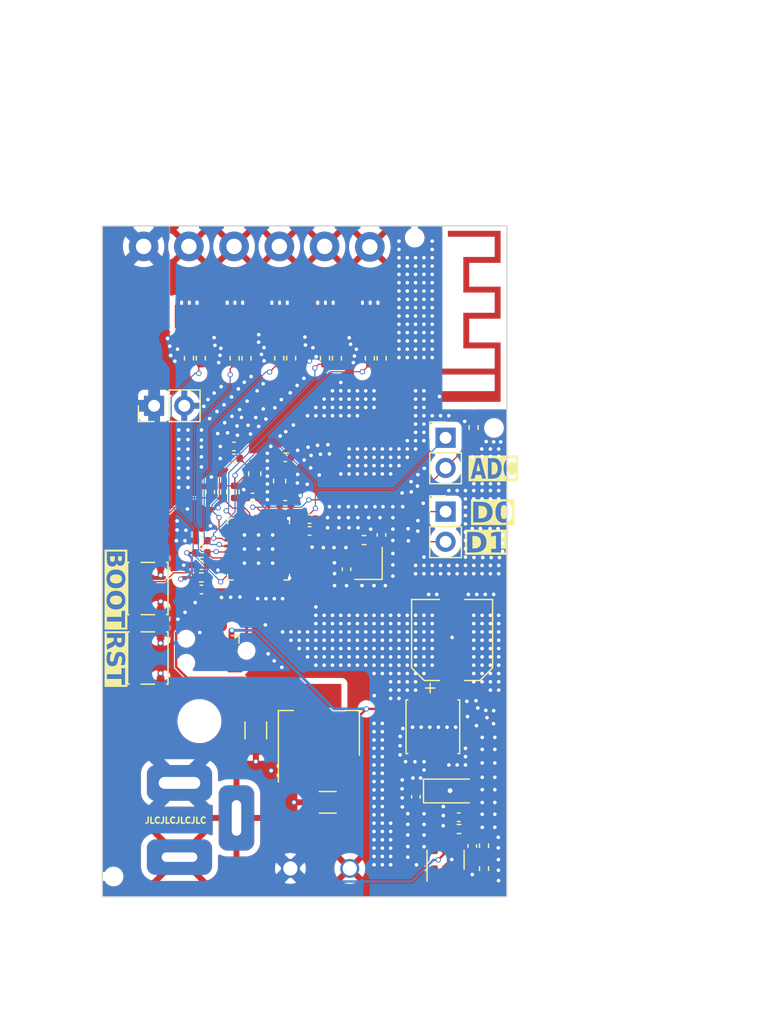
<source format=kicad_pcb>
(kicad_pcb (version 20221018) (generator pcbnew)
  (layers (0 "F.Cu" signal) (1 "In1.Cu" power) (2 "In2.Cu" power) (31 "B.Cu" signal) (34 "B.Paste" user) (35 "F.Paste" user) (36 "B.SilkS" user "B.Silkscreen") (37 "F.SilkS" user "F.Silkscreen") (38 "B.Mask" user) (39 "F.Mask" user) (44 "Edge.Cuts" user))
  (net 0 "")
  (net 1 "Net-(C312-Pad1)")
  (net 2 "GND")
  (net 3 "/ESP32/LNA_Z=50")
  (net 4 "/ESP32/RESET")
  (net 5 "/ESP32/BOOT")
  (net 6 "Net-(U201-EN)")
  (net 7 "/ESP32/XTAL_N")
  (net 8 "/power/R")
  (net 9 "+3V3")
  (net 10 "/power/G")
  (net 11 "/ESP32/VDD3P3")
  (net 12 "/power/B")
  (net 13 "/ESP32/LNA")
  (net 14 "/power/CW")
  (net 15 "/power/LX_5V")
  (net 16 "/power/WW")
  (net 17 "Net-(Q201-G)")
  (net 18 "Net-(Q202-G)")
  (net 19 "Net-(Q203-G)")
  (net 20 "Net-(Q204-G)")
  (net 21 "Net-(Q205-G)")
  (net 22 "Net-(U201-BST)")
  (net 23 "Net-(U201-FB)")
  (net 24 "+5V")
  (net 26 "/ESP32/D-")
  (net 27 "/ESP32/D+")
  (net 29 "/ESP32/XTAL_P")
  (net 30 "Net-(U1-GPIO2{slash}ADC1_CH2)")
  (net 31 "Net-(U1-GPIO8)")
  (net 32 "/ESP32/GATE_R")
  (net 33 "/ESP32/GATE_G")
  (net 34 "/ESP32/GATE_B")
  (net 35 "/ESP32/GATE_CW")
  (net 36 "/ESP32/GATE_WW")
  (net 37 "/ADC")
  (net 47 "/D0")
  (net 48 "/D1")
  (net 49 "VCC")
  (footprint "peepeedoodookaka:WSD3070DN" (layer "F.Cu") (at 122.72 100.495)
    (fp_text reference "Q201" hide)
    (fp_text value "WSD3070DN")
  )
  (footprint "Resistor_SMD:R_0402_1005Metric" (layer "F.Cu") (at 123.7275 120.03 180)
    (fp_text reference "R305" hide)
    (fp_text value "5k1")
  )
  (footprint "Capacitor_SMD:C_0402_1005Metric" (layer "F.Cu") (at 146.55 144.7 90)
    (fp_text reference "C203" hide)
    (fp_text value "0402CG200J500NT" hide)
  )
  (footprint "peepeedoodookaka:WSD3070DN" (layer "F.Cu") (at 134.185 100.495)
    (fp_text reference "Q204" hide)
    (fp_text value "WSD3070DN")
  )
  (footprint "peepeedoodookaka:WJ124-3.81-6P" (layer "F.Cu") (at 128.395 94.225)
    (fp_text reference "J101" hide)
    (fp_text value "Conn_01x06_Socket")
  )
  (footprint "Connector:Tag-Connect_TC2030-IDC-NL_2x03_P1.27mm_Vertical" (layer "F.Cu") (at 124.998825 128.263825 180)
    (fp_text reference "J203" hide)
    (fp_text value "USB_TC2030-USB-NL" hide)
  )
  (footprint "Resistor_SMD:R_0402_1005Metric" (layer "F.Cu") (at 146.66 109.47 90)
    (fp_text reference "R101" hide)
    (fp_text value "5k1")
  )
  (footprint "peepeedoodookaka:JLC PCBA Tooling Hole NPTH" (layer "F.Cu") (at 116.34 147.27)
    (fp_text reference "REF**" hide)
    (fp_text value "JLC PCBA Tooling Hole NPTH" hide)
  )
  (footprint "peepeedoodookaka:JLC PCBA Tooling Hole NPTH" (layer "F.Cu") (at 141.7 94.99)
    (fp_text reference "REF**" hide)
    (fp_text value "JLC PCBA Tooling Hole NPTH" hide)
  )
  (footprint "Capacitor_SMD:C_0402_1005Metric" (layer "F.Cu") (at 123.7475 119 180)
    (fp_text reference "C311" hide)
    (fp_text value "0.1u")
  )
  (footprint "peepeedoodookaka:WSD3070DN" (layer "F.Cu") (at 137.95 100.495)
    (fp_text reference "Q205" hide)
    (fp_text value "WSD3070DN")
  )
  (footprint "Capacitor_SMD:C_0402_1005Metric" (layer "F.Cu") (at 124.4775 114.91 90)
    (fp_text reference "C303" hide)
    (fp_text value "100n")
  )
  (footprint "Package_DFN_QFN:QFN-32-1EP_5x5mm_P0.5mm_EP3.45x3.45mm" (layer "F.Cu") (at 128.55 119.7 -90)
    (fp_text reference "U1" hide)
    (fp_text value "ESP32-C3FN4" hide)
  )
  (footprint "Package_TO_SOT_SMD:SOT-23-6" (layer "F.Cu") (at 144.3 145.86 90)
    (fp_text reference "U201" hide)
    (fp_text value "AOZ1282CI")
  )
  (footprint "Capacitor_SMD:C_0402_1005Metric" (layer "F.Cu") (at 135.96 121.4 -90)
    (fp_text reference "C313" hide)
    (fp_text value "12p")
  )
  (footprint "Resistor_SMD:R_0402_1005Metric" (layer "F.Cu") (at 137.44 118.95)
    (fp_text reference "R303" hide)
    (fp_text value "0")
  )
  (footprint "Resistor_SMD:R_0402_1005Metric" (layer "F.Cu") (at 147.54 144.68 90)
    (fp_text reference "R201" hide)
    (fp_text value "0402WGF4992TCE" hide)
  )
  (footprint "Resistor_SMD:R_0402_1005Metric" (layer "F.Cu") (at 123.7275 122.09)
    (fp_text reference "R302" hide)
    (fp_text value "5k1" hide)
  )
  (footprint "MountingHole:MountingHole_3.2mm_M3" (layer "F.Cu") (at 123.57 134.19)
    (fp_text reference "REF**" hide)
    (fp_text value "MountingHole_3.2mm_M3")
  )
  (footprint "Diode_SMD:D_SOD-123F" (layer "F.Cu") (at 144.65 140.07)
    (fp_text reference "D201" hide)
    (fp_text value "DSS14")
  )
  (footprint "Resistor_SMD:R_0402_1005Metric" (layer "F.Cu") (at 127.535 103.635 90)
    (fp_text reference "R205" hide)
    (fp_text value "100R" hide)
  )
  (footprint "Capacitor_SMD:C_0402_1005Metric" (layer "F.Cu") (at 130.7975 111.98)
    (fp_text reference "C301" hide)
    (fp_text value "3p3")
  )
  (footprint "Button_Switch_SMD:SW_SPST_PTS810" (layer "F.Cu") (at 119.225 128.875 -90)
    (fp_text reference "SW301" hide)
    (fp_text value "SW_Push")
  )
  (footprint "Resistor_SMD:R_0402_1005Metric" (layer "F.Cu") (at 137.925 103.635 90)
    (fp_text reference "R212" hide)
    (fp_text value "100k" hide)
  )
  (footprint "Capacitor_SMD:C_0402_1005Metric" (layer "F.Cu") (at 141.8 140.56 -90)
    (fp_text reference "C202" hide)
    (fp_text value "CL05B104KB54PNC" hide)
  )
  (footprint "Inductor_SMD:L_0603_1608Metric" (layer "F.Cu") (at 130.3275 113.98 -90)
    (fp_text reference "L301" hide)
    (fp_text value "2n2")
  )
  (footprint "peepeedoodookaka:WSD3070DN" (layer "F.Cu") (at 130.32 100.495)
    (fp_text reference "Q203" hide)
    (fp_text value "WSD3070DN")
  )
  (footprint "Resistor_SMD:R_0402_1005Metric" (layer "F.Cu") (at 131.295 103.635 90)
    (fp_text reference "R207" hide)
    (fp_text value "100R" hide)
  )
  (footprint "Resistor_SMD:R_0402_1005Metric" (layer "F.Cu") (at 135.15 103.635 90)
    (fp_text reference "R209" hide)
    (fp_text value "100R" hide)
  )
  (footprint "Resistor_SMD:R_0402_1005Metric" (layer "F.Cu") (at 145.43 143.27 180)
    (fp_text reference "R213" hide)
    (fp_text value "100R")
  )
  (footprint "Capacitor_SMD:C_0402_1005Metric" (layer "F.Cu") (at 128.0475 115.365 180)
    (fp_text reference "C309" hide)
    (fp_text value "0.1u")
  )
  (footprint "Resistor_SMD:R_0402_1005Metric" (layer "F.Cu") (at 125.5 114.89 -90)
    (fp_text reference "R301" hide)
    (fp_text value "5k1")
  )
  (footprint "Resistor_SMD:R_0402_1005Metric" (layer "F.Cu") (at 130.295 103.635 90)
    (fp_text reference "R208" hide)
    (fp_text value "100k" hide)
  )
  (footprint "Resistor_SMD:R_0402_1005Metric" (layer "F.Cu") (at 126.535 103.635 90)
    (fp_text reference "R206" hide)
    (fp_text value "100k" hide)
  )
  (footprint "Resistor_SMD:R_0402_1005Metric" (layer "F.Cu") (at 138.915 103.635 90)
    (fp_text reference "R211" hide)
    (fp_text value "100R" hide)
  )
  (footprint "Capacitor_SMD:C_0402_1005Metric" (layer "F.Cu") (at 145.41 142.28)
    (fp_text reference "C201" hide)
    (fp_text value "CL05B104KB54PNC" hide)
  )
  (footprint "Resistor_SMD:R_0402_1005Metric" (layer "F.Cu") (at 123.685 103.635 90)
    (fp_text reference "R203" hide)
    (fp_text value "100R" hide)
  )
  (footprint "Connector_PinHeader_2.54mm:PinHeader_1x02_P2.54mm_Vertical" (layer "F.Cu") (at 144.3 116.55)
    (fp_text reference "J103" hide)
    (fp_text value "Conn_01x02_Pin")
  )
  (footprint "Resistor_SMD:R_0402_1005Metric" (layer "F.Cu") (at 134.145 103.635 90)
    (fp_text reference "R210" hide)
    (fp_text value "100k" hide)
  )
  (footprint "Resistor_SMD:R_0402_1005Metric" (layer "F.Cu") (at 122.69 103.635 90)
    (fp_text reference "R204" hide)
    (fp_text value "100k" hide)
  )
  (footprint "Capacitor_SMD:C_0402_1005Metric" (layer "F.Cu") (at 126.48 111.07 180)
    (fp_text reference "C307" hide)
    (fp_text value "10u")
  )
  (footprint "peepeedoodookaka:JLC PCBA Tooling Hole NPTH" (layer "F.Cu") (at 148.38 109.51)
    (fp_text reference "REF**" hide)
    (fp_text value "JLC PCBA Tooling Hole NPTH" hide)
  )
  (footprint "Capacitor_SMD:CP_Elec_6.3x5.3" (layer "F.Cu") (at 144.85 127.36 90)
    (fp_text reference "C204" hide)
    (fp_text value "VES220M1HTR-0605" hide)
  )
  (footprint "Crystal:Crystal_SMD_2016-4Pin_2.0x1.6mm" (layer "F.Cu") (at 137.81 120.91 90)
    (fp_text reference "Y1" hide)
    (fp_text value "Crystal_GND24")
  )
  (footprint "Capacitor_SMD:C_1206_3216Metric" (layer "F.Cu") (at 134.375 141.025 180)
    (fp_text reference "C205" hide)
    (fp_text value "22uF")
  )
  (footprint "Capacitor_SMD:C_1206_3216Metric" (layer "F.Cu") (at 128.32 134.975 -90)
    (fp_text reference "C206" hide)
    (fp_text value "22uF")
  )
  (footprint "Capacitor_SMD:C_0402_1005Metric" (layer "F.Cu") (at 130.7975 115.98)
    (fp_text reference "C302" hide)
    (fp_text value "3p3")
  )
  (footprint "Capacitor_SMD:C_0402_1005Metric" (layer "F.Cu") (at 123.74 123.11 180)
    (fp_text reference "C310" hide)
    (fp_text value "0.1u")
  )
  (footprint "Button_Switch_SMD:SW_SPST_PTS810" (layer "F.Cu") (at 119.225 123.025 -90)
    (fp_text reference "SW302" hide)
    (fp_text value "SW_Push")
  )
  (footprint "Capacitor_SMD:C_0402_1005Metric" (layer "F.Cu") (at 132.85 118.18)
    (fp_text reference "C305" hide)
    (fp_text value "1u")
  )
  (footprint "Connector_PinHeader_2.54mm:PinHeader_1x02_P2.54mm_Vertical" (layer "F.Cu") (at 119.755 107.64 90)
    (fp_text reference "C101" hide)
    (fp_text value "DNP")
  )
  (footprint "Capacitor_SMD:C_0402_1005Metric" (layer "F.Cu") (at 123.7475 121.06 180)
    (fp_text reference "C304" hide)
    (fp_text value "100n")
  )
  (footprint "Capacitor_SMD:C_0402_1005Metric" (layer "F.Cu") (at 132.85 117.18)
    (fp_text reference "C306" hide)
    (fp_text value "10n")
  )
  (footprint "peepeedoodookaka:DC-005H-D025" (layer "F.Cu") (at 121.89 130.71)
    (fp_text reference "J201" hide)
    (fp_text value "12V 7.5A")
  )
  (footprint "Package_TO_SOT_SMD:SOT-223-3_TabPin2" (layer "F.Cu") (at 133.63 135.205 90)
    (fp_text reference "U202" hide)
    (fp_text value "LDL111733R")
  )
  (footprint "Inductor_SMD:L_Changjiang_FNR4012S" (layer "F.Cu") (at 143.23 134.66 90)
    (fp_text reference "L201" hide)
    (fp_text value "FNR4012S220MT" hide)
  )
  (footprint "peepeedoodookaka:WJ126V-5.0-2P" (layer "F.Cu") (at 133.73 146.59 180)
    (fp_text reference "J202" hide)
    (fp_text value "12-24V")
  )
  (footprint "Resistor_SMD:R_0402_1005Metric" (layer "F.Cu") (at 147.54 146.6 -90)
    (fp_text reference "R202" hide)
    (fp_text value "RM04FTN9531" hide)
  )
  (footprint "peepeedoodookaka:Texas_SWRA117D_2.4GHz_Left" (layer "F.Cu") (at 143.785 104.76 -90)
    (fp_text reference "AE301" hide)
    (fp_text value "2.4GHz aerial")
  )
  (footprint "Capacitor_SMD:C_0402_1005Metric" (layer "F.Cu") (at 126.48 112.07 180)
    (fp_text reference "C308" hide)
    (fp_text value "0.1u")
  )
  (footprint "peepeedoodookaka:WSD3070DN" (layer "F.Cu") (at 126.56 100.495)
    (fp_text reference "Q202" hide)
    (fp_text value "WSD3070DN")
  )
  (footprint "Inductor_SMD:L_0603_1608Metric" (layer "F.Cu") (at 128.2275 113.365 -90)
    (fp_text reference "L302" hide)
    (fp_text value "2n2")
  )
  (footprint "Capacitor_SMD:C_0402_1005Metric" (layer "F.Cu") (at 138.9 118.51 90)
    (fp_text reference "C312" hide)
    (fp_text value "12p")
  )
  (footprint "Connector_PinHeader_2.54mm:PinHeader_1x02_P2.54mm_Vertical" (layer "F.Cu") (at 144.3 110.335)
    (fp_text reference "J102" hide)
    (fp_text value "Conn_01x02_Pin")
  )
  (footprint "Resistor_SMD:R_0402_1005Metric" (layer "F.Cu") (at 126.5375 114.89 90)
    (fp_text reference "R304" hide)
    (fp_text value "5k1")
  )
  (gr_rect (start 115.39 92.495) (end 149.47 148.985) (stroke (width 0.1)) (fill none) (layer "Edge.Cuts"))
  (gr_text "JLCJLCJLCJLC" (at 118.91 142.84) (layer "F.SilkS") (effects (font (size 0.5 0.5) (thickness 0.125) bold) (justify left bottom)))
  (gr_text "BOOT" (at 116.4 123.025 270) (layer "F.SilkS" knockout) (effects (font (size 1.5 1.5) (thickness 0.3) bold)))
  (gr_text "D1" (at 147.71 118.291994) (layer "F.SilkS" knockout) (effects (font (size 1.7 1.7) (thickness 0.3) bold) (justify top)))
  (gr_text "D0" (at 146.411215 115.76) (layer "F.SilkS" knockout) (effects (font (size 1.7 1.7) (thickness 0.3) bold) (justify left top)))
  (gr_text "ADC" (at 146.411215 112.076994) (layer "F.SilkS" knockout) (effects (font (size 1.7 1.2) (thickness 0.3) bold) (justify left top)))
  (gr_text "RST" (at 116.4 128.875 270) (layer "F.SilkS" knockout) (effects (font (size 1.5 1.5) (thickness 0.3) bold)))
  (segment (start 138.36 121.61) (end 138.9 121.07) (width 0.1) (layer "F.Cu") (net 1))
  (segment (start 137.99 118.99) (end 137.95 118.95) (width 0.1) (layer "F.Cu") (net 1))
  (segment (start 138.9 121.07) (end 138.9 118.99) (width 0.1) (layer "F.Cu") (net 1))
  (segment (start 138.9 118.99) (end 137.99 118.99) (width 0.1) (layer "F.Cu") (net 1))
  (segment (start 121.725 102.875) (end 121.325 102.875) (width 0.3) (layer "F.Cu") (net 2))
  (segment (start 137.9905 118.03) (end 137.99 118.0305) (width 0.2) (layer "F.Cu") (net 2))
  (segment (start 120.3 130.95) (end 120.3 130.16) (width 0.2) (layer "F.Cu") (net 2))
  (segment (start 125.685 102.485) (end 125.755 102.555) (width 0.3) (layer "F.Cu") (net 2))
  (segment (start 131.28 115.98) (end 132.06 115.2) (width 0.2395) (layer "F.Cu") (net 2))
  (segment (start 138.36 120.26) (end 137.26 121.36) (width 0.2) (layer "F.Cu") (net 2))
  (segment (start 146.55 144.22) (end 146.55 143.97) (width 0.2395) (layer "F.Cu") (net 2))
  (segment (start 125.125 102.805) (end 124.875 102.555) (width 0.3) (layer "F.Cu") (net 2))
  (segment (start 125.375 102.805) (end 125.125 102.805) (width 0.3) (layer "F.Cu") (net 2))
  (segment (start 144.3 146.9975) (end 144.3 146.36) (width 0.3) (layer "F.Cu") (net 2))
  (segment (start 126 111.07) (end 125.33 111.07) (width 0.2) (layer "F.Cu") (net 2))
  (segment (start 129.35 101.905) (end 130.65 101.905) (width 0.5) (layer "F.Cu") (net 2))
  (segment (start 144.85 124.56) (end 144.85 127.14) (width 0.2395) (layer "F.Cu") (net 2))
  (segment (start 136.185 101.915) (end 136.185 102.345) (width 0.3) (layer "F.Cu") (net 2))
  (segment (start 134.515 101.88) (end 133.215 101.88) (width 0.5) (layer "F.Cu") (net 2))
  (segment (start 129.175 102.195) (end 129.175 102.345) (width 0.3) (layer "F.Cu") (net 2))
  (segment (start 136.185 102.345) (end 136.305 102.465) (width 0.3) (layer "F.Cu") (net 2))
  (segment (start 136.365 102.465) (end 136.785 102.885) (width 0.3) (layer "F.Cu") (net 2))
  (segment (start 133.205 101.915) (end 132.515 101.915) (width 0.3) (layer "F.Cu") (net 2))
  (segment (start 131.2775 111.9525) (end 131.84 111.39) (width 0.2395) (layer "F.Cu") (net 2))
  (segment (start 129.185 102.185) (end 129.175 102.195) (width 0.3) (layer "F.Cu") (net 2))
  (segment (start 131.33 138.355) (end 129.61 138.355) (width 0.5) (layer "F.Cu") (net 2))
  (segment (start 146.56 147.11) (end 146.55 147.1) (width 0.5) (layer "F.Cu") (net 2))
  (segment (start 146.66 108.96) (end 145.91 108.96) (width 0.1) (layer "F.Cu") (net 2))
  (segment (start 127.5675 115.365) (end 127.5675 114.9675) (width 0.2) (layer "F.Cu") (net 2))
  (segment (start 120.895 101.975) (end 120.895 102.445) (width 0.3) (layer "F.Cu") (net 2))
  (segment (start 128.565 101.655) (end 128.565 102.185) (width 0.3) (layer "F.Cu") (net 2))
  (segment (start 138.36 120.21) (end 138.36 120.26) (width 0.2) (layer "F.Cu") (net 2))
  (segment (start 128.32 136.45) (end 128.32 137.585) (width 0.5) (layer "F.Cu") (net 2))
  (segment (start 122.92 101.975) (end 122.98 101.915) (width 0.3) (layer "F.Cu") (net 2))
  (segment (start 121.325 102.875) (end 121.075 102.625) (width 0.3) (layer "F.Cu") (net 2))
  (segment (start 138.9 118.03) (end 137.9905 118.03) (width 0.2) (layer "F.Cu") (net 2))
  (segment (start 147.54 147.11) (end 146.56 147.11) (width 0.5) (layer "F.Cu") (net 2))
  (segment (start 120.305 125.095) (end 120.305 124.105) (width 0.2) (layer "F.Cu") (net 2))
  (segment (start 132.9 141.025) (end 131.535 141.025) (width 0.5) (layer "F.Cu") (net 2))
  (segment (start 123.05 101.91) (end 121.75 101.91) (width 0.5) (layer "F.Cu") (net 2))
  (segment (start 146.05 140.07) (end 144.71 140.07) (width 0.5) (layer "F.Cu") (net 2))
  (segment (start 133.33 117.18) (end 134.33 117.18) (width 0.2395) (layer "F.Cu") (net 2))
  (segment (start 127.5675 114.9675) (end 127.3 114.7) (width 0.2) (layer "F.Cu") (net 2))
  (segment (start 132.455 102.375) (end 132.895 102.815) (width 0.3) (layer "F.Cu") (net 2))
  (segment (start 124.4775 113.7425) (end 124.58 113.64) (width 0.2) (layer "F.Cu") (net 2))
  (segment (start 144.3 146.36) (end 144.82 145.84) (width 0.3) (layer "F.Cu") (net 2))
  (segment (start 125.33 112.07) (end 125.32 112.08) (width 0.2) (layer "F.Cu") (net 2))
  (segment (start 137.26 121.61) (end 137.26 122.7) (width 0.2) (layer "F.Cu") (net 2))
  (segment (start 126 112.07) (end 125.33 112.07) (width 0.2) (layer "F.Cu") (net 2))
  (segment (start 147.14 142.28) (end 147.39 142.03) (width 0.2395) (layer "F.Cu") (net 2))
  (segment (start 124.805 101.905) (end 126.22 101.905) (width 0.3) (layer "F.Cu") (net 2))
  (segment (start 136.97 101.915) (end 136.185 101.915) (width 0.3) (layer "F.Cu") (net 2))
  (segment (start 128.555 102.345) (end 128.905 102.695) (width 0.3) (layer "F.Cu") (net 2))
  (segment (start 124.805 101.905) (end 124.805 102.485) (width 0.3) (layer "F.Cu") (net 2))
  (segment (start 144.71 140.07) (end 144.68 140.04) (width 0.5) (layer "F.Cu") (net 2))
  (segment (start 132.765 101.935) (end 132.705 101.875) (width 0.3) (layer "F.Cu") (net 2))
  (segment (start 126.89 101.915) (end 126.24 101.915) (width 0.5) (layer "F.Cu") (net 2))
  (segment (start 137.26 121.36) (end 137.26 121.61) (width 0.2) (layer "F.Cu") (net 2))
  (segment (start 128.825 101.915) (end 128.565 101.655) (width 0.3) (layer "F.Cu") (net 2))
  (segment (start 120.895 101.975) (end 121.68 101.975) (width 0.3) (layer "F.Cu") (net 2))
  (segment (start 120.3 126.8) (end 120.3 127.62) (width 0.2) (layer "F.Cu") (net 2))
  (segment (start 146.55 143.97) (end 147.39 143.13) (width 0.2395) (layer "F.Cu") (net 2))
  (segment (start 123.728825 127.628825) (end 123.728825 126.858825) (width 0.5) (layer "F.Cu") (net 2))
  (segment (start 136.97 101.915) (end 138.27 101.915) (width 0.3) (layer "F.Cu") (net 2))
  (segment (start 132.455 101.855) (end 132.455 102.375) (width 0.3) (layer "F.Cu") (net 2))
  (segment (start 127.1 101.905) (end 127.11 101.915) (width 0.3) (layer "F.Cu") (net 2))
  (segment (start 145.89 142.28) (end 147.14 142.28) (width 0.2395) (layer "F.Cu") (net 2))
  (segment (start 124.4775 114.43) (end 124.4775 113.7425) (width 0.2) (layer "F.Cu") (net 2))
  (segment (start 129.34 101.915) (end 128.825 101.915) (width 0.3) (layer "F.Cu") (net 2))
  (segment (start 134.33 117.18) (end 134.36 117.21) (width 0.2395) (layer "F.Cu") (net 2))
  (segment (start 131.2775 115.98) (end 131.2775 116.9425) (width 0.2395) (layer "F.Cu") (net 2))
  (segment (start 120.3 120.95) (end 120.3 121.91) (width 0.2) (layer "F.Cu") (net 2))
  (segment (start 135.96 121.88) (end 135.96 122.79) (width 0.2) (layer "F.Cu") (net 2))
  (segment (start 131.2775 115.98) (end 131.28 115.98) (width 0.2395) (layer "F.Cu") (net 2))
  (segment (start 131.2775 111.98) (end 131.2775 111.9525) (width 0.2395) (layer "F.Cu") (net 2))
  (segment (start 136.305 102.465) (end 136.365 102.465) (width 0.3) (layer "F.Cu") (net 2))
  (segment (start 131.2775 116.9425) (end 131.09 117.13) (width 0.2395) (layer "F.Cu") (net 2))
  (segment (start 122.24 121.06) (end 123.2675 121.06) (width 0.2) (layer "F.Cu") (net 2))
  (via (at 138.975 125.98) (size 0.45) (drill 0.3) (layers "F.Cu" "B.Cu") (net 2))
  (via (at 146.09 132.52) (size 0.45) (drill 0.3) (layers "F.Cu" "B.Cu") (net 2))
  (via (at 122.61 113.705) (size 0.45) (drill 0.3) (layers "F.Cu" "B.Cu") (net 2))
  (via (at 124.29 107.12) (size 0.45) (drill 0.3) (layers "F.Cu" "B.Cu") (net 2))
  (via (at 136.875 111.28) (size 0.45) (drill 0.3) (layers "F.Cu" "B.Cu") (net 2))
  (via (at 138.975 135.08) (size 0.45) (drill 0.3) (layers "F.Cu" "B.Cu") (net 2))
  (via (at 126.85 106.22) (size 0.45) (drill 0.3) (layers "F.Cu" "B.Cu") (net 2))
  (via (at 132.39 112.21) (size 0.45) (drill 0.3) (layers "F.Cu" "B.Cu") (net 2))
  (via (at 144.11 142.14) (size 0.45) (drill 0.3) (layers "F.Cu" "B.Cu") (net 2))
  (via (at 142.475 121.78) (size 0.45) (drill 0.3) (layers "F.Cu" "B.Cu") (net 2))
  (via (at 139.675 125.98) (size 0.45) (drill 0.3) (layers "F.Cu" "B.Cu") (net 2))
  (via (at 139.675 128.08) (size 0.45) (drill 0.3) (layers "F.Cu" "B.Cu") (net 2))
  (via (at 120.305 121.915) (size 0.45) (drill 0.3) (layers "F.Cu" "B.Cu") (net 2))
  (via (at 132.675 127.38) (size 0.45) (drill 0.3) (layers "F.Cu" "B.Cu") (net 2))
  (via (at 147.69 133.28) (size 0.45) (drill 0.3) (layers "F.Cu" "B.Cu") (net 2))
  (via (at 147.35 111.28) (size 0.45) (drill 0.3) (layers "F.Cu" "B.Cu") (net 2))
  (via (at 143.175 100.78) (size 0.45) (drill 0.3) (layers "F.Cu" "B.Cu") (net 2))
  (via (at 131.8 105.93) (size 0.45) (drill 0.3) (layers "F.Cu" "B.Cu") (net 2))
  (via (at 142.475 128.08) (size 0.45) (drill 0.3) (layers "F.Cu" "B.Cu") (net 2))
  (via (at 141.775 128.08) (size 0.45) (drill 0.3) (layers "F.Cu" "B.Cu") (net 2))
  (via (at 130.575 126.68) (size 0.45) (drill 0.3) (layers "F.Cu" "B.Cu") (net 2))
  (via (at 143.175 97.28) (size 0.45) (drill 0.3) (layers "F.Cu" "B.Cu") (net 2))
  (via (at 134.775 108.48) (size 0.45) (drill 0.3) (layers "F.Cu" "B.Cu") (net 2))
  (via (at 139.86 118.98) (size 0.45) (drill 0.3) (layers "F.Cu" "B.Cu") (net 2))
  (via (at 146.69 120.42) (size 0.45) (drill 0.3) (layers "F.Cu" "B.Cu") (net 2))
  (via (at 145.975 119.68) (size 0.45) (drill 0.3) (layers "F.Cu" "B.Cu") (net 2))
  (via (at 148.075 125.28) (size 0.45) (drill 0.3) (layers "F.Cu" "B.Cu") (net 2))
  (via (at 136.175 112.68) (size 0.45) (drill 0.3) (layers "F.Cu" "B.Cu") (net 2))
  (via (at 130.51 129.66) (size 0.45) (drill 0.3) (layers "F.Cu" "B.Cu") (net 2))
  (via (at 140.375 130.88) (size 0.45) (drill 0.3) (layers "F.Cu" "B.Cu") (net 2))
  (via (at 140.375 100.08) (size 0.45) (drill 0.3) (layers "F.Cu" "B.Cu") (net 2))
  (via (at 140.375 94.48) (size 0.45) (drill 0.3) (layers "F.Cu" "B.Cu") (net 2))
  (via (at 138.975 128.08) (size 0.45) (drill 0.3) (layers "F.Cu" "B.Cu") (net 2))
  (via (at 142.49 143.78) (size 0.45) (drill 0.3) (layers "F.Cu" "B.Cu") (net 2))
  (via (at 131.275 126.68) (size 0.45) (drill 0.3) (layers "F.Cu" "B.Cu") (net 2))
  (via (at 141.14 117.99) (size 0.45) (drill 0.3) (layers "F.Cu" "B.Cu") (net 2))
  (via (at 121.83 111.29) (size 0.45) (drill 0.3) (layers "F.Cu" "B.Cu") (net 2))
  (via (at 141.775 108.48) (size 0.45) (drill 0.3) (layers "F.Cu" "B.Cu") (net 2))
  (via (at 144.575 121.08) (size 0.45) (drill 0.3) (layers "F.Cu" "B.Cu") (net 2))
  (via (at 141.075 111.98) (size 0.45) (drill 0.3) (layers "F.Cu" "B.Cu") (net 2))
  (via (at 138.975 137.88) (size 0.45) (drill 0.3) (layers "F.Cu" "B.Cu") (net 2))
  (via (at 145.975 137.88) (size 0.45) (drill 0.3) (layers "F.Cu" "B.Cu") (net 2))
  (via (at 148.45 135.56) (size 0.45) (drill 0.3) (layers "F.Cu" "B.Cu") (net 2))
  (via (at 138.975 126.68) (size 0.45) (drill 0.3) (layers "F.Cu" "B.Cu") (net 2))
  (via (at 127.35 105.66) (size 0.45) (drill 0.3) (layers "F.Cu" "B.Cu") (net 2))
  (via (at 140.65 139.14) (size 0.45) (drill 0.3) (layers "F.Cu" "B.Cu") (net 2))
  (via (at 134.775 128.78) (size 0.45) (drill 0.3) (layers "F.Cu" "B.Cu") (net 2))
  (via (at 148.78 111.89) (size 0.45) (drill 0.3) (layers "F.Cu" "B.Cu") (net 2))
  (via (at 138.975 144.88) (size 0.45) (drill 0.3) (layers "F.Cu" "B.Cu") (net 2))
  (via (at 125.305 103.395) (size 0.45) (drill 0.3) (layers "F.Cu" "B.Cu") (net 2))
  (via (at 134.36 117.06) (size 0.45) (drill 0.3) (layers "F.Cu" "B.Cu") (net 2))
  (via (at 128.475 123.88) (size 0.45) (drill 0.3) (layers "F.Cu" "B.Cu") (net 2))
  (via (at 125.15 116.23) (size 0.45) (drill 0.3) (layers "F.Cu" "B.Cu") (net 2))
  (via (at 140.375 97.98) (size 0.45) (drill 0.3) (layers "F.Cu" "B.Cu") (net 2))
  (via (at 126.98 123.74) (size 0.45) (drill 0.3) (layers "F.Cu" "B.Cu") (net 2))
  (via (at 128.31 108.63) (size 0.45) (drill 0.3) (layers "F.Cu" "B.Cu") (net 2))
  (via (at 132.675 128.78) (size 0.45) (drill 0.3) (layers "F.Cu" "B.Cu") (net 2))
  (via (at 137.575 125.98) (size 0.45) (drill 0.3) (layers "F.Cu" "B.Cu") (net 2))
  (via (at 136.875 128.08) (size 0.45) (drill 0.3) (layers "F.Cu" "B.Cu") (net 2))
  (via (at 141.775 102.18) (size 0.45) (drill 0.3) (layers "F.Cu" "B.Cu") (net 2))
  (via (at 148.45 141.04) (size 0.45) (drill 0.3) (layers "F.Cu" "B.Cu") (net 2))
  (via (at 139.675 143.48) (size 0.45) (drill 0.3) (layers "F.Cu" "B.Cu") (net 2))
  (via (at 139.675 145.58) (size 0.45) (drill 0.3) (layers "F.Cu" "B.Cu") (net 2))
  (via (at 130.575 123.88) (size 0.45) (drill 0.3) (layers "F.Cu" "B.Cu") (net 2))
  (via (at 144.575 137.88) (size 0.45) (drill 0.3) (layers "F.Cu" "B.Cu") (net 2))
  (via (at 132.97 111.82) (size 0.45) (drill 0.3) (layers "F.Cu" "B.Cu") (net 2))
  (via (at 148.775 121.78) (size 0.45) (drill 0.3) (layers "F.Cu" "B.Cu") (net 2))
  (via (at 140.375 111.98) (size 0.45) (drill 0.3) (layers "F.Cu" "B.Cu") (net 2))
  (via (at 140.47 136.26) (size 0.45) (drill 0.3) (layers "F.Cu" "B.Cu") (net 2))
  (via (at 140.65 140.65) (size 0.45) (drill 0.3) (layers "F.Cu" "B.Cu") (net 2))
  (via (at 146.675 128.08) (size 0.45) (drill 0.3) (layers "F.Cu" "B.Cu") (net 2))
  (via (at 122.61 111.29) (size 0.45) (drill 0.3) (layers "F.Cu" "B.Cu") (net 2))
  (via (at 142.475 129.48) (size 0.45) (drill 0.3) (layers "F.Cu" "B.Cu") (net 2))
  (via (at 138.275 111.98) (size 0.45) (drill 0.3) (layers "F.Cu" "B.Cu") (net 2))
  (via (at 138.275 130.18) (size 0.45) (drill 0.3) (layers "F.Cu" "B.Cu") (net 2))
  (via (at 136.175 128.08) (size 0.45) (drill 0.3) (layers "F.Cu" "B.Cu") (net 2))
  (via (at 143.175 96.58) (size 0.45) (drill 0.3) (layers "F.Cu" "B.Cu") (net 2))
  (via (at 140.375 130.18) (size 0.45) (drill 0.3) (layers "F.Cu" "B.Cu") (net 2))
  (via (at 138.975 143.48) (size 0.45) (drill 0.3) (layers "F.Cu" "B.Cu") (net 2))
  (via (at 138.275 137.18) (size 0.45) (drill 0.3) (layers "F.Cu" "B.Cu") (net 2))
  (via (at 125.33 111.07) (size 0.45) (drill 0.3) (layers "F.Cu" "B.Cu") (net 2))
  (via (at 140.47 137.03) (size 0.45) (drill 0.3) (layers "F.Cu" "B.Cu") (net 2))
  (via (at 145.275 137.88) (size 0.45) (drill 0.3) (layers "F.Cu" "B.Cu") (net 2))
  (via (at 142.475 95.18) (size 0.45) (drill 0.3) (layers "F.Cu" "B.Cu") (net 2))
  (via (at 136.875 125.98) (size 0.45) (drill 0.3) (layers "F.Cu" "B.Cu") (net 2))
  (via (at 133.375 129.48) (size 0.45) (drill 0.3) (layers "F.Cu" "B.Cu") (net 2))
  (via (at 136.535 104.005) (size 0.45) (drill 0.3) (layers "F.Cu" "B.Cu") (net 2))
  (via (at 128.94 105.79) (size 0.45) (drill 0.3) (layers "F.Cu" "B.Cu") (net 2))
  (via (at 137.575 127.38) (size 0.45) (drill 0.3) (layers "F.Cu" "B.Cu") (net 2))
  (via (at 136.305 102.465) (size 0.45) (drill 0.3) (layers "F.Cu" "B.Cu") (net 2))
  (via (at 139.675 129.48) (size 0.45) (drill 0.3) (layers "F.Cu" "B.Cu") (net 2))
  (via (at 136.175 129.48) (size 0.45) (drill 0.3) (layers "F.Cu" "B.Cu") (net 2))
  (via (at 145.275 121.08) (size 0.45) (drill 0.3) (layers "F.Cu" "B.Cu") (net 2))
  (via (at 135.475 129.48) (size 0.45) (drill 0.3) (layers "F.Cu" "B.Cu") (net 2))
  (via (at 146.22 123.52) (size 0.45) (drill 0.3) (layers "F.Cu" "B.Cu") (net 2))
  (via (at 121.83 109.68) (size 0.45) (drill 0.3) (layers "F.Cu" "B.Cu") (net 2))
  (via (at 141.775 98.68) (size 0.45) (drill 0.3) (layers "F.Cu" "B.Cu") (net 2))
  (via (at 141.775 100.78) (size 0.45) (drill 0.3) (layers "F.Cu" "B.Cu") (net 2))
  (via (at 141.96 118.19) (size 0.45) (drill 0.3) (layers "F.Cu" "B.Cu") (net 2))
  (via (at 139.86 118.03) (size 0.45) (drill 0.3) (layers "F.Cu" "B.Cu") (net 2))
  (via (at 141.075 96.58) (size 0.45) (drill 0.3) (layers "F.Cu" "B.Cu") (net 2))
  (via (at 143.175 102.88) (size 0.45) (drill 0.3) (layers "F.Cu" "B.Cu") (net 2))
  (via (at 145.15 134.7) (size 0.45) (drill 0.3) (layers "F.Cu" "B.Cu") (net 2))
  (via (at 142.475 108.48) (size 0.45) (drill 0.3) (layers "F.Cu" "B.Cu") (net 2))
  (via (at 142.475 97.98) (size 0.45) (drill 0.3) (layers "F.Cu" "B.Cu") (net 2))
  (via (at 141.775 95.88) (size 0.45) (drill 0.3) (layers "F.Cu" "B.Cu") (net 2))
  (via (at 136.175 111.98) (size 0.45) (drill 0.3) (layers "F.Cu" "B.Cu") (net 2))
  (via (at 140.375 128.78) (size 0.45) (drill 0.3) (layers "F.Cu" "B.Cu") (net 2))
  (via (at 141.775 97.28) (size 0.45) (drill 0.3) (layers "F.Cu" "B.Cu") (net 2))
  (via (at 147.38 114.2) (size 0.45) (drill 0.3) (layers "F.Cu" "B.Cu") (net 2))
  (via (at 127.11 108.62) (size 0.45) (drill 0.3) (layers "F.Cu" "B.Cu") (net 2))
  (via (at 125.05 108.12) (size 0.45) (drill 0.3) (layers "F.Cu" "B.Cu") (net 2))
  (via (at 141.85 146.29) (size 0.45) (drill 0.3) (layers "F.Cu" "B.Cu") (net 2))
  (via (at 138.975 111.98) (size 0.45) (drill 0.3) (layers "F.Cu" "B.Cu") (net 2))
  (via (at 128.565 101.655) (size 0.45) (drill 0.3) (layers "F.Cu" "B.Cu") (net 2))
  (via (at 144.11 141.38) (size 0.45) (drill 0.3) (layers "F.Cu" "B.Cu") (net 2))
  (via (at 138.975 142.08) (size 0.45) (drill 0.3) (layers "F.Cu" "B.Cu") (net 2))
  (via (at 138.275 137.88) (size 0.45) (drill 0.3) (layers "F.Cu" "B.Cu") (net 2))
  (via (at 136.175 113.38) (size 0.45) (drill 0.3) (layers "F.Cu" "B.Cu") (net 2))
  (via (at 134.075 127.38) (size 0.45) (drill 0.3) (layers "F.Cu" "B.Cu") (net 2))
  (via (at 133.375 127.38) (size 0.45) (drill 0.3) (layers "F.Cu" "B.Cu") (net 2))
  (via (at 135.475 105.68) (size 0.45) (drill 0.3) (layers "F.Cu" "B.Cu") (net 2))
  (via (at 147.39 142.03) (size 0.45) (drill 0.3) (layers "F.Cu" "B.Cu") (net 2))
  (via (at 140.375 125.98) (size 0.45) (drill 0.3) (layers "F.Cu" "B.Cu") (net 2))
  (via (at 138.275 125.28) (size 0.45) (drill 0.3) (layers "F.Cu" "B.Cu") (net 2))
  (via (at 141.075 131.58) (size 0.45) (drill 0.3) (layers "F.Cu" "B.Cu") (net 2))
  (via (at 132.06 115.2) (size 0.45) (drill 0.3) (layers "F.Cu" "B.Cu") (net 2))
  (via (at 148.45 142.03) (size 0.45) (drill 0.3) (layers "F.Cu" "B.Cu") (net 2))
  (via (at 141.075 129.48) (size 0.45) (drill 0.3) (layers "F.Cu" "B.Cu") (net 2))
  (via (at 149.11 119.89) (size 0.45) (drill 0.3) (layers "F.Cu" "B.Cu") (net 2))
  (via (at 148.075 128.78) (size 0.45) (drill 0.3) (layers "F.Cu" "B.Cu") (net 2))
  (via (at 147.375 114.78) (size 0.45) (drill 0.3) (layers "F.Cu" "B.Cu") (net 2))
  (via (at 147.23 117.97) (size 0.45) (drill 0.3) (layers "F.Cu" "B.Cu") (net 2))
  (via (at 134.075 125.98) (size 0.45) (drill 0.3) (layers "F.Cu" "B.Cu") (net 2))
  (via (at 138.275 138.58) (size 0.45) (drill 0.3) (layers "F.Cu" "B.Cu") (net 2))
  (via (at 145.975 136.48) (size 0.45) (drill 0.3) (layers "F.Cu" "B.Cu") (net 2))
  (via (at 147.375 121.08) (size 0.45) (drill 0.3) (layers "F.Cu" "B.Cu") (net 2))
  (via (at 138.275 127.38) (size 0.45) (drill 0.3) (layers "F.Cu" "B.Cu") (net 2))
  (via (at 141.775 130.88) (size 0.45) (drill 0.3) (layers "F.Cu" "B.Cu") (net 2))
  (via (at 134.075 129.48) (size 0.45) (drill 0.3) (layers "F.Cu" "B.Cu") (net 2))
  (via (at 148.775 114.78) (size 0.45) (drill 0.3) (layers "F.Cu" "B.Cu") (net 2))
  (via (at 139.675 127.38) (size 0.45) (drill 0.3) (layers "F.Cu" "B.Cu") (net 2))
  (via (at 133.375 128.78) (size 0.45) (drill 0.3) (layers "F.Cu" "B.Cu") (net 2))
  (via (at 143.175 95.18) (size 0.45) (drill 0.3) (layers "F.Cu" "B.Cu") (net 2))
  (via (at 142.42 115.85) (size 0.45) (drill 0.3) (layers "F.Cu" "B.Cu") (net 2))
  (via (at 126.74 109.34) (size 0.45) (drill 0.3) (layers "F.Cu" "B.Cu") (net 2))
  (via (at 142.475 125.98) (size 0.45) (drill 0.3) (layers "F.Cu" "B.Cu") (net 2))
  (via (at 133.375 128.08) (size 0.45) (drill 0.3) (layers "F.Cu" "B.Cu") (net 2))
  (via (at 136.175 107.08) (size 0.45) (drill 0.3) (layers "F.Cu" "B.Cu") (net 2))
  (via (at 133.125 102.755) (size 0.45) (drill 0.3) (layers "F.Cu" "B.Cu") (net 2))
  (via (at 143.698 134.7) (size 0.45) (drill 0.3) (layers "F.Cu" "B.Cu") (net 2))
  (via (at 142.49 142.89) (size 0.45) (drill 0.3) (layers "F.Cu" "B.Cu") (net 2))
  (via (at 145.275 114.78) (size 0.45) (drill 0.3) (layers "F.Cu" "B.Cu") (net 2))
  (via (at 148.075 125.98) (size 0.45) (drill 0.3) (layers "F.Cu" "B.Cu") (net 2))
  (via (at 133.375 108.48) (size 0.45) (drill 0.3) (layers "F.Cu" "B.Cu") (net 2))
  (via (at 145.975 118.98) (size 0.45) (drill 0.3) (layers "F.Cu" "B.Cu") (net 2))
  (via (at 123.74 111.11) (size 0.45) (drill 0.3) (layers "F.Cu" "B.Cu") (net 2))
  (via (at 136.175 125.28) (size 0.45) (drill 0.3) (layers "F.Cu" "B.Cu") (net 2))
  (via (at 142.475 110.58) (size 0.45) (drill 0.3) (layers "F.Cu" "B.Cu") (net 2))
  (via (at 129.29 114.23) (size 0.45) (drill 0.3) (layers "F.Cu" "B.Cu") (net 2))
  (via (at 124.5 117.75) (size 0.45) (drill 0.3) (layers "F.Cu" "B.Cu") (net 2))
  (via (at 135.475 128.08) (size 0.45) (drill 0.3) (layers "F.Cu" "B.Cu") (net 2))
  (via (at 146.675 115.48) (size 0.45) (drill 0.3) (layers "F.Cu" "B.Cu") (net 2))
  (via (at 141.775 121.78) (size 0.45) (drill 0.3) (layers "F.Cu" "B.Cu") (net 2))
  (via (at 148.075 115.48) (size 0.45) (drill 0.3) (layers "F.Cu" "B.Cu") (net 2))
  (via (at 138.975 113.38) (size 0.45) (drill 0.3) (layers "F.Cu" "B.Cu") (net 2))
  (via (at 143.56 123.52) (size 0.45) (drill 0.3) (layers "F.Cu" "B.Cu") (net 2))
  (via (at 128.555 102.285) (size 0.45) (drill 0.3) (layers "F.Cu" "B.Cu") (net 2))
  (via (at 121.64 119) (size 0.45) (drill 0.3) (layers "F.Cu" "B.Cu") (net 2))
  (via (at 142.475 107.08) (size 0.45) (drill 0.3) (layers "F.Cu" "B.Cu") (net 2))
  (via (at 132.675 108.48) (size 0.45) (drill 0.3) (layers "F.Cu" "B.Cu") (net 2))
  (via (at 136.875 126.68) (size 0.45) (drill 0.3) (layers "F.Cu" "B.Cu") (net 2))
  (via (at 138.275 134.38) (size 0.45) (drill 0.3) (layers "F.Cu" "B.Cu") (net 2))
  (via (at 134.075 126.68) (size 0.45) (drill 0.3) (layers "F.Cu" "B.Cu") (net 2))
  (via (at 134.775 129.48) (size 0.45) (drill 0.3) (layers "F.Cu" "B.Cu") (net 2))
  (via (at 147.375 128.78) (size 0.45) (drill 0.3) (layers "F.Cu" "B.Cu") (net 2))
  (via (at 139.675 142.78) (size 0.45) (drill 0.3) (layers "F.Cu" "B.Cu") (net 2))
  (via (at 140.375 111.28) (size 0.45) (drill 0.3) (layers "F.Cu" "B.Cu") (net 2))
  (via (at 142.246 134.7) (size 0.45) (drill 0.3) (layers "F.Cu" "B.Cu") (net 2))
  (via (at 146.68 114.2) (size 0.45) (drill 0.3) (layers "F.Cu" "B.Cu") (net 2))
  (via (at 131.535 141.025) (size 0.45) (drill 0.3) (layers "F.Cu" "B.Cu") (net 2))
  (via (at 122.61 112.095) (size 0.45) (drill 0.3) (layers "F.Cu" "B.Cu") (net 2))
  (via (at 138.275 139.98) (size 0.45) (drill 0.3) (layers "F.Cu" "B.Cu") (net 2))
  (via (at 140.375 126.68) (size 0.45) (drill 0.3) (layers "F.Cu" "B.Cu") (net 2))
  (via (at 142.475 100.08) (size 0.45) (drill 0.3) (layers "F.Cu" "B.Cu") (net 2))
  (via (at 141.075 102.18) (size 0.45) (drill 0.3) (layers "F.Cu" "B.Cu") (net 2))
  (via (at 131.975 127.38) (size 0.45) (drill 0.3) (layers "F.Cu" "B.Cu") (net 2))
  (via (at 139.675 113.38) (size 0.45) (drill 0.3) (layers "F.Cu" "B.Cu") (net 2))
  (via (at 137.575 129.48) (size 0.45) (drill 0.3) (layers "F.Cu" "B.Cu") (net 2))
  (via (at 148.775 121.08) (size 0.45) (drill 0.3) (layers "F.Cu" "B.Cu") (net 2))
  (via (at 143.175 129.48) (size 0.45) (drill 0.3) (layers "F.Cu" "B.Cu") (net 2))
  (via (at 148.45 136.57) (size 0.45) (drill 0.3) (layers "F.Cu" "B.Cu") (net 2))
  (via (at 141.775 129.48) (size 0.45) (drill 0.3) (layers "F.Cu" "B.Cu") (net 2))
  (via (at 123.74 110.53) (size 0.45) (drill 0.3) (layers "F.Cu" "B.Cu") (net 2))
  (via (at 146.93 123.52) (size 0.45) (drill 0.3) (layers "F.Cu" "B.Cu") (net 2))
  (via (at 146.57 111.94) (size 0.45) (drill 0.3) (layers "F.Cu" "B.Cu") (net 2))
  (via (at 143.175 127.38) (size 0.45) (drill 0.3) (layers "F.Cu" "B.Cu") (net 2))
  (via (at 148.45 137.71) (size 0.45) (drill 0.3) (layers "F.Cu" "B.Cu") (net 2))
  (via (at 138.975 138.58) (size 0.45) (drill 0.3) (layers "F.Cu" "B.Cu") (net 2))
  (via (at 142.49 141.99) (size 0.45) (drill 0.3) (layers "F.Cu" "B.Cu") (net 2))
  (via (at 128.55 119.705) (size 0.45) (drill 0.3) (layers "F.Cu" "B.Cu") (net 2))
  (via (at 143.175 99.38) (size 0.45) (drill 0.3) (layers "F.Cu" "B.Cu") (net 2))
  (via (at 139.675 144.88) (size 0.45) (drill 0.3) (layers "F.Cu" "B.Cu") (net 2))
  (via (at 129.17 108.76) (size 0.45) (drill 0.3) (layers "F.Cu" "B.Cu") (net 2))
  (via (at 122.61 109.68) (size 0.45) (drill 0.3) (layers "F.Cu" "B.Cu") (net 2))
  (via (at 138.275 141.38) (size 0.45) (drill 0.3) (layers "F.Cu" "B.Cu") (net 2))
  (via (at 134.075 108.48) (size 0.45) (drill 0.3) (layers "F.Cu" "B.Cu") (net 2))
  (via (at 127.59 107.25) (size 0.45) (drill 0.3) (layers "F.Cu" "B.Cu") (net 2))
  (via (at 147.375 125.98) (size 0.45) (drill 0.3) (layers "F.Cu" "B.Cu") (net 2))
  (via (at 141.775 97.98) (size 0.45) (drill 0.3) (layers "F.Cu" "B.Cu") (net 2))
  (via (at 148.45 138.92) (size 0.45) (drill 0.3) (layers "F.Cu" "B.Cu") (net 2))
  (via (at 144.575 114.78) (size 0.45) (drill 0.3) (layers "F.Cu" "B.Cu") (net 2))
  (via (at 136.175 111.28) (size 0.45) (drill 0.3) (layers "F.Cu" "B.Cu") (net 2))
  (via (at 130.37 110.19) (size 0.45) (drill 0.3) (layers "F.Cu" "B.Cu") (net 2))
  (via (at 127.92 105.18) (size 0.45) (drill 0.3) (layers "F.Cu" "B.Cu") (net 2))
  (via (at 133.375 124.58) (size 0.45) (drill 0.3) (layers "F.Cu" "B.Cu") (net 2))
  (via (at 139.03 116.14) (size 0.45) (drill 0.3) (layers "F.Cu" "B.Cu") (net 2))
  (via (at 140.375 132.28) (size 0.45) (drill 0.3) (layers "F.Cu" "B.Cu") (net 2))
  (via (at 148.75 146.74) (size 0.45) (drill 0.3) (layers "F.Cu" "B.Cu") (net 2))
  (via (at 148.775 130.88) (size 0.45) (drill 0.3) (layers "F.Cu" "B.Cu") (net 2))
  (via (at 136.175 126.68) (size 0.45) (drill 0.3) (layers "F.Cu" "B.Cu") (net 2))
  (via (at 139.675 128.78) (size 0.45) (drill 0.3) (layers "F.Cu" "B.Cu") (net 2))
  (via (at 125.13 121.48) (size 0.45) (drill 0.3) (layers "F.Cu" "B.Cu") (net 2))
  (via (at 141.075 102.88) (size 0.45) (drill 0.3) (layers "F.Cu" "B.Cu") (net 2))
  (via (at 141.075 100.78) (size 0.45) (drill 0.3) (layers "F.Cu" "B.Cu") (net 2))
  (via (at 133.52 110.97) (size 0.45) (drill 0.3) (layers "F.Cu" "B.Cu") (net 2))
  (via (at 136.175 106.38) (size 0.45) (drill 0.3) (layers "F.Cu" "B.Cu") (net 2))
  (via (at 127.36 118.52) (size 0.45) (drill 0.3) (layers "F.Cu" "B.Cu") (net 2))
  (via (at 146.675 114.78) (size 0.45) (drill 0.3) (layers "F.Cu" "B.Cu") (net 2))
  (via (at 139.86 121.98) (size 0.45) (drill 0.3) (layers "F.Cu" "B.Cu") (net 2))
  (via (at 122.24 121.06) (size 0.45) (drill 0.3) (layers "F.Cu" "B.Cu") (net 2))
  (via (at 138.275 112.68) (size 0.45) (drill 0.3) (layers "F.Cu" "B.Cu") (net 2))
  (via (at 147.375 128.08) (size 0.45) (drill 0.3) (layers "F.Cu" "B.Cu") (net 2))
  (via (at 144.575 121.78) (size 0.45) (drill 0.3) (layers "F.Cu" "B.Cu") (net 2))
  (via (at 139.675 130.88) (size 0.45) (drill 0.3) (layers "F.Cu" "B.Cu") (net 2))
  (via (at 141.775 107.78) (size 0.45) (drill 0.3) (layers "F.Cu" "B.Cu") (net 2))
  (via (at 139.675 131.58) (size 0.45) (drill 0.3) (layers "F.Cu" "B.Cu") (net 2))
  (via (at 135.31 117.91) (size 0.45) (drill 0.3) (layers "F.Cu" "B.Cu") (net 2))
  (via (at 131.22 106.55) (size 0.45) (drill 0.3) (layers "F.Cu" "B.Cu") (net 2))
  (via (at 126.95 107.96) (size 0.45) (drill 0.3) (layers "F.Cu" "B.Cu") (net 2))
  (via (at 135.475 106.38) (size 0.45) (drill 0.3) (layers "F.Cu" "B.Cu") (net 2))
  (via (at 133.76 111.72) (size 0.45) (drill 0.3) (layers "F.Cu" "B.Cu") (net 2))
  (via (at 148.45 139.96) (size 0.45) (drill 0.3) (layers "F.Cu" "B.Cu") (net 2))
  (via (at 134.775 107.78) (size 0.45) (drill 0.3) (layers "F.Cu" "B.Cu") (net 2))
  (via (at 147.01 133.08) (size 0.45) (drill 0.3) (layers "F.Cu" "B.Cu") (net 2))
  (via (at 141.775 110.58) (size 0.45) (drill 0.3) (layers "F.Cu" "B.Cu") (net 2))
  (via (at 124.875 102.555) (size 0.45) (drill 0.3) (layers "F.Cu" "B.Cu") (net 2))
  (via (at 129.74 119.705) (size 0.45) (drill 0.3) (layers "F.Cu" "B.Cu") (net 2))
  (via (at 145.975 116.18) (size 0.45) (drill 0.3) (layers "F.Cu" "B.Cu") (net 2))
  (via (at 136.175 107.78) (size 0.45) (drill 0.3) (layers "F.Cu" "B.Cu") (net 2))
  (via (at 138.275 113.38) (size 0.45) (drill 0.3) (layers "F.Cu" "B.Cu") (net 2))
  (via (at 148.075 121.78) (size 0.45) (drill 0.3) (layers "F.Cu" "B.Cu") (net 2))
  (via (at 135.91 119.58) (size 0.45) (drill 0.3) (layers "F.Cu" "B.Cu") (net 2))
  (via (at 148.075 127.38) (size 0.45) (drill 0.3) (layers "F.Cu" "B.Cu") (net 2))
  (via (at 142.475 95.88) (size 0.45) (drill 0.3) (layers "F.Cu" "B.Cu") (net 2))
  (via (at 134.36 117.91) (size 0.45) (drill 0.3) (layers "F.Cu" "B.Cu") (net 2))
  (via (at 136.875 125.28) (size 0.45) (drill 0.3) (layers "F.Cu" "B.Cu") (net 2))
  (via (at 138.975 137.18) (size 0.45) (drill 0.3) (layers "F.Cu" "B.Cu") (net 2))
  (via (at 145.91 108.96) (size 0.45) (drill 0.3) (layers "F.Cu" "B.Cu") (net 2))
  (via (at 134.775 128.08) (size 0.45) (drill 0.3) (layers "F.Cu" "B.Cu") (net 2))
  (via (at 136.185 101.915) (size 0.45) (drill 0.3) (layers "F.Cu" "B.Cu") (net 2))
  (via (at 147.39 139.96) (size 0.45) (drill 0.3) (layers "F.Cu" "B.Cu") (net 2))
  (via (at 138.975 142.78) (size 0.45) (drill 0.3) (layers "F.Cu" "B.Cu") (net 2))
  (via (at 141.075 97.98) (size 0.45) (drill 0.3) (layers "F.Cu" "B.Cu") (net 2))
  (via (at 129.29 115.55) (size 0.45) (drill 0.3) (layers "F.Cu" "B.Cu") (net 2))
  (via (at 138.975 129.48) (size 0.45) (drill 0.3) (layers "F.Cu" "B.Cu") (net 2))
  (via (at 141.075 99.38) (size 0.45) (drill 0.3) (layers "F.Cu" "B.Cu") (net 2))
  (via (at 138.275 136.48) (size 0.45) (drill 0.3) (layers "F.Cu" "B.Cu") (net 2))
  (via (at 143.175 128.08) (size 0.45) (drill 0.3) (layers "F.Cu" "B.Cu") (net 2))
  (via (at 142.475 97.28) (size 0.45) (drill 0.3) (layers "F.Cu" "B.Cu") (net 2))
  (via (at 143.175 103.58) (size 0.45) (drill 0.3) (layers "F.Cu" "B.Cu") (net 2))
  (via (at 143.175 121.08) (size 0.45) (drill 0.3) (layers "F.Cu" "B.Cu") (net 2))
  (via (at 125.64 107.56) (size 0.45) (drill 0.3) (layers "F.Cu" "B.Cu") (net 2))
  (via (at 145.975 116.88) (size 0.45) (drill 0.3) (layers "F.Cu" "B.Cu") (net 2))
  (via (at 122.61 114.51) (size 0.45) (drill 0.3) (layers "F.Cu" "B.Cu") (net 2))
  (via (at 142.19 138.98) (size 0.45) (drill 0.3) (layers "F.Cu" "B.Cu") (net 2))
  (via (at 125.32 112.08) (size 0.45) (drill 0.3) (layers "F.Cu" "B.Cu") (net 2))
  (via (at 146.675 128.78) (size 0.45) (drill 0.3) (layers "F.Cu" "B.Cu") (net 2))
  (via (at 135.475 126.68) (size 0.45) (drill 0.3) (layers "F.Cu" "B.Cu") (net 2))
  (via (at 140.375 128.08) (size 0.45) (drill 0.3) (layers "F.Cu" "B.Cu") (net 2))
  (via (at 134.075 125.28) (size 0.45) (drill 0.3) (layers "F.Cu" "B.Cu") (net 2))
  (via (at 136.11 116.14) (size 0.45) (drill 0.3) (layers "F.Cu" "B.Cu") (net 2))
  (via (at 142.475 127.38) (size 0.45) (drill 0.3) (layers "F.Cu" "B.Cu") (net 2))
  (via (at 122.35 119) (size 0.45) (drill 0.3) (layers "F.Cu" "B.Cu") (net 2))
  (via (at 143.175 125.98) (size 0.45) (drill 0.3) (layers "F.Cu" "B.Cu") (net 2))
  (via (at 124.805 101.905) (size 0.45) (drill 0.3) (layers "F.Cu" "B.Cu") (net 2))
  (via (at 147.39 135.56) (size 0.45) (drill 0.3) (layers "F.Cu" "B.Cu") (net 2))
  (via (at 138.975 134.38) (size 0.45) (drill 0.3) (layers "F.Cu" "B.Cu") (net 2))
  (via (at 132.94 112.87) (size 0.45) (drill 0.3) (layers "F.Cu" "B.Cu") (net 2))
  (via (at 132.675 128.08) (size 0.45) (drill 0.3) (layers "F.Cu" "B.Cu") (net 2))
  (via (at 134.9 119.58) (size 0.45) (drill 0.3) (layers "F.Cu" "B.Cu") (net 2))
  (via (at 148.78 114.2) (size 0.45) (drill 0.3) (layers "F.Cu" "B.Cu") (net 2))
  (via (at 137.575 128.08) (size 0.45) (drill 0.3) (layers "F.Cu" "B.Cu") (net 2))
  (via (at 139.23 122.78) (size 0.45) (drill 0.3) (layers "F.Cu" "B.Cu") (net 2))
  (via (at 126.77 110.12) (size 0.45) (drill 0.3) (layers "F.Cu" "B.Cu") (net 2))
  (via (at 141.775 103.58) (size 0.45) (drill 0.3) (layers "F.Cu" "B.Cu") (net 2))
  (via (at 138.275 125.98) (size 0.45) (drill 0.3) (layers "F.Cu" "B.Cu") (net 2))
  (via (at 145.975 114.78) (size 0.45) (drill 0.3) (layers "F.Cu" "B.Cu") (net 2))
  (via (at 139.675 112.68) (size 0.45) (drill 0.3) (layers "F.Cu" "B.Cu") (net 2))
  (via (at 145.975 121.08) (size 0.45) (drill 0.3) (layers "F.Cu" "B.Cu") (net 2))
  (via (at 141.075 100.08) (size 0.45) (drill 0.3) (layers "F.Cu" "B.Cu") (net 2))
  (via (at 136.875 128.78) (size 0.45) (drill 0.3) (layers "F.Cu" "B.Cu") (net 2))
  (via (at 148.075 111.28) (size 0.45) (drill 0.3) (layers "F.Cu" "B.Cu") (net 2))
  (via (at 129.015 103.855) (size 0.45) (drill 0.3) (layers "F.Cu" "B.Cu") (net 2))
  (via (at 121.83 112.095) (size 0.45) (drill 0.3) (layers "F.Cu" "B.Cu") (net 2))
  (via (at 142.475 96.58) (size 0.45) (drill 0.3) (layers "F.Cu" "B.Cu") (net 2))
  (via (at 141.52 134.7) (size 0.45) (drill 0.3) (layers "F.Cu" "B.Cu") (net 2))
  (via (at 135.475 107.78) (size 0.45) (drill 0.3) (layers "F.Cu" "B.Cu") (net 2))
  (via (at 138.275 128.78) (size 0.45) (drill 0.3) (layers "F.Cu" "B.Cu") (net 2))
  (via (at 131.84 111.39) (size 0.45) (drill 0.3) (layers "F.Cu" "B.Cu") (net 2))
  (via (at 145.275 121.78) (size 0.45) (drill 0.3) (layers "F.Cu" "B.Cu") (net 2))
  (via (at 142.475 102.18) (size 0.45) (drill 0.3) (layers "F.Cu" "B.Cu") (net 2))
  (via (at 141.12 141.98) (size 0.45) (drill 0.3) (layers "F.Cu" "B.Cu") (net 2))
  (via (at 129.29 112.91) (size 0.45) (drill 0.3) (layers "F.Cu" "B.Cu") (net 2))
  (via (at 149.11 118.57) (size 0.45) (drill 0.3) (layers "F.Cu" "B.Cu") (net 2))
  (via (at 136.875 108.48) (size 0.45) (drill 0.3) (layers "F.Cu" "B.Cu") (net 2))
  (via (at 140.375 98.68) (size 0.45) (drill 0.3) (layers "F.Cu" "B.Cu") (net 2))
  (via (at 138.35 116.14) (size 0.45) (drill 0.3) (layers "F.Cu" "B.Cu") (net 2))
  (via (at 136.785 102.885) (size 0.45) (drill 0.3) (layers "F.Cu" "B.Cu") (net 2))
  (via (at 141.075 98.68) (size 0.45) (drill 0.3) (layers "F.Cu" "B.Cu") (net 2))
  (via (at 127.3 114.7) (size 0.45) (drill 0.3) (layers "F.Cu" "B.Cu") (net 2))
  (via (at 125.94 109.92) (size 0.45) (drill 0.3) (layers "F.Cu" "B.Cu") (net 2))
  (via (at 141.775 111.28) (size 0.45) (drill 0.3) (layers "F.Cu" "B.Cu") (net 2))
  (via (at 142.876666 123.52) (size 0.45) (drill 0.3) (layers "F.Cu" "B.Cu") (net 2))
  (via (at 141.075 101.48) (size 0.45) (drill 0.3) (layers "F.Cu" "B.Cu") (net 2))
  (via (at 147.375 121.78) (size 0.45) (drill 0.3) (layers "F.Cu" "B.Cu") (net 2))
  (via (at 142.475 109.18) (size 0.45) (drill 0.3) (layers "F.Cu" "B.Cu") (net 2))
  (via (at 138.975 141.38) (size 0.45) (drill 0.3) (layers "F.Cu" "B.Cu") (net 2))
  (via (at 121.83 112.9) (size 0.45) (drill 0.3) (layers "F.Cu" "B.Cu") (net 2))
  (via (at 148.74 144.86) (size 0.45) (drill 0.3) (layers "F.Cu" "B.Cu") (net 2))
  (via (at 134.95 122.78) (size 0.45) (drill 0.3) (layers "F.Cu" "B.Cu") (net 2))
  (via (at 143.175 98.68) (size 0.45) (drill 0.3) (layers "F.Cu" "B.Cu") (net 2))
  (via (at 145.975 118.28) (size 0.45) (drill 0.3) (layers "F.Cu" "B.Cu") (net 2))
  (via (at 141.12 144.75) (size 0.45) (drill 0.3) (layers "F.Cu" "B.Cu") (net 2))
  (via (at 138.275 146.28) (size 0.45) (drill 0.3) (layers "F.Cu" "B.Cu") (net 2))
  (via (at 148.35 133.31) (size 0.45) (drill 0.3) (layers "F.Cu" "B.Cu") (net 2))
  (via (at 141.97 113.44) (size 0.45) (drill 0.3) (layers "F.Cu" "B.Cu") (net 2))
  (via (at 134.95 121.77) (size 0.45) (drill 0.3) (layers "F.Cu" "B.Cu") (net 2))
  (via (at 129.61 138.355) (size 0.45) (drill 0.3) (layers "F.Cu" "B.Cu") (net 2))
  (via (at 121.725 102.875) (size 0.45) (drill 0.3) (layers "F.Cu" "B.Cu") (net 2))
  (via (at 137.575 106.38) (size 0.45) (drill 0.3) (layers "F.Cu" "B.Cu") (net 2))
  (via (at 122.36 125.03) (size 0.45) (drill 0.3) (layers "F.Cu" "B.Cu") (net 2))
  (via (at 123.94 107.69) (size 0.45) (drill 0.3) (layers "F.Cu" "B.Cu") (net 2))
  (via (at 138.275 143.48) (size 0.45) (drill 0.3) (layers "F.Cu" "B.Cu") (net 2))
  (via (at 136.875 129.48) (size 0.45) (drill 0.3) (layers "F.Cu" "B.Cu") (net 2))
  (via (at 126.28 106.9) (size 0.45) (drill 0.3) (layers "F.Cu" "B.Cu") (net 2))
  (via (at 139.675 126.68) (size 0.45) (drill 0.3) (layers "F.Cu" "B.Cu") (net 2))
  (via (at 141.72 137.61) (size 0.45) (drill 0.3) (layers "F.Cu" "B.Cu") (net 2))
  (via (at 144.1 143) (size 0.45) (drill 0.3) (layers "F.Cu" "B.Cu") (net 2))
  (via (at 139.86 116.14) (size 0.45) (drill 0.3) (layers "F.Cu" "B.Cu") (net 2))
  (via (at 148.075 121.08) (size 0.45) (drill 0.3) (layers "F.Cu" "B.Cu") (net 2))
  (via (at 142.475 102.88) (size 0.45) (drill 0.3) (layers "F.Cu" "B.Cu") (net 2))
  (via (at 121.83 114.51) (size 0.45) (drill 0.3) (layers "F.Cu" "B.Cu") (net 2))
  (via (at 148.34 134.41) (size 0.45) (drill 0.3) (layers "F.Cu" "B.Cu") (net 2))
  (via (at 141.775 125.28) (size 0.45) (drill 0.3) (layers "F.Cu" "B.Cu") (net 2))
  (via (at 136.17 117.91) (size 0.45) (drill 0.3) (layers "F.Cu" "B.Cu") (net 2))
  (via (at 128.43 106.38) (size 0.45) (drill 0.3) (layers "F.Cu" "B.Cu") (net 2))
  (via (at 147.64 123.52) (size 0.45) (drill 0.3) (layers "F.Cu" "B.Cu") (net 2))
  (via (at 147.39 138.92) (size 0.45) (drill 0.3) (layers "F.Cu" "B.Cu") (net 2))
  (via (at 134.775 126.68) (size 0.45) (drill 0.3) (layers "F.Cu" "B.Cu") (net 2))
  (via (at 121.76 125.61) (size 0.45) (drill 0.3) (layers "F.Cu" "B.Cu") (net 2))
  (via (at 140.375 129.48) (size 0.45) (drill 0.3) (layers "F.Cu" "B.Cu") (net 2))
  (via (at 143.175 108.48) (size 0.45) (drill 0.3) (layers "F.Cu" "B.Cu") (net 2))
  (via (at 129.92 107.81) (size 0.45) (drill 0.3) (layers "F.Cu" "B.Cu") (net 2))
  (via (at 132.835 103.875) (size 0.45) (drill 0.3) (layers "F.Cu" "B.Cu") (net 2))
  (via (at 138.975 144.18) (size 0.45) (drill 0.3) (layers "F.Cu" "B.Cu") (net 2))
  (via (at 125.11 109.98) (size 0.45) (drill 0.3) (layers "F.Cu" "B.Cu") (net 2))
  (via (at 136.77 116.14) (size 0.45) (drill 0.3) (layers "F.Cu" "B.Cu") (net 2))
  (via (at 141.075 130.88) (size 0.45) (drill 0.3) (layers "F.Cu" "B.Cu") (net 2))
  (via (at 142.475 130.18) (size 0.45) (drill 0.3) (layers "F.Cu" "B.Cu") (net 2))
  (via (at 143.175 121.78) (size 0.45) (drill 0.3) (layers "F.Cu" "B.Cu") (net 2))
  (via (at 134.075 107.08) (size 0.45) (drill 0.3) (layers "F.Cu" "B.Cu") (net 2))
  (via (at 136.875 107.08) (size 0.45) (drill 0.3) (layers "F.Cu" "B.Cu") (net 2))
  (via (at 141.075 103.58) (size 0.45) (drill 0.3) (layers "F.Cu" "B.Cu") (net 2))
  (via (at 141.39 114.03) (size 0.45) (drill 0.3) (layers "F.Cu" "B.Cu") (net 2))
  (via (at 129.875 123.88) (size 0.45) (drill 0.3) (layers "F.Cu" "B.Cu") (net 2))
  (via (at 145.975 115.48) (size 0.45) (drill 0.3) (layers "F.Cu" "B.Cu") (net 2))
  (via (at 142.475 120.38) (size 0.45) (drill 0.3) (layers "F.Cu" "B.Cu") (net 2))
  (via (at 143.875 108.48) (size 0.45) (drill 0.3) (layers "F.Cu" "B.Cu") (net 2))
  (via (at 127.36 120.89) (size 0.45) (drill 0.3) (layers "F.Cu" "B.Cu") (net 2))
  (via (at 141.075 111.28) (size 0.45) (drill 0.3) (layers "F.Cu" "B.Cu") (net 2))
  (via (at 136.91 117.06) (size 0.45) (drill 0.3) (layers "F.Cu" "B.Cu") (net 2))
  (via (at 134.52 116.14) (size 0.45) (drill 0.3) (layers "F.Cu" "B.Cu") (net 2))
  (via (at 126.31 108.53) (size 0.45) (drill 0.3) (layers "F.Cu" "B.Cu") (net 2))
  (via (at 142.475 99.38) (size 0.45) (drill 0.3) (layers "F.Cu" "B.Cu") (net 2))
  (via (at 142.475 103.58) (size 0.45) (drill 0.3) (layers "F.Cu" "B.Cu") (net 2))
  (via (at 146.675 125.98) (size 0.45) (drill 0.3) (layers "F.Cu" "B.Cu") (net 2))
  (via (at 143.175 97.98) (size 0.45) (drill 0.3) (layers "F.Cu" "B.Cu") (net 2))
  (via (at 141.075 125.98) (size 0.45) (drill 0.3) (layers "F.Cu" "B.Cu") (net 2))
  (via (at 136.875 106.38) (size 0.45) (drill 0.3) (layers "F.Cu" "B.Cu") (net 2))
  (via (at 134.775 106.38) (size 0.45) (drill 0.3) (layers "F.Cu" "B.Cu") (net 2))
  (via (at 140.64 114.98) (size 0.45) (drill 0.3) (layers "F.Cu" "B.Cu") (net 2))
  (via (at 120.305 130.155) (size 0.45) (drill 0.3) (layers "F.Cu" "B.Cu") (net 2))
  (via (at 138.975 146.28) (size 0.45) (drill 0.3) (layers "F.Cu" "B.Cu") (net 2))
  (via (at 131.09 117.13) (size 0.45) (drill 0.3) (layers "F.Cu" "B.Cu") (net 2))
  (via (at 140.375 127.38) (size 0.45) (drill 0.3) (layers "F.Cu" "B.Cu") (net 2))
  (via (at 147.375 115.48) (size 0.45) (drill 0.3) (layers "F.Cu" "B.Cu") (net 2))
  (via (at 136.175 127.38) (size 0.45) (drill 0.3) (layers "F.Cu" "B.Cu") (net 2))
  (via (at 138.275 142.78) (size 0.45) (drill 0.3) (layers "F.Cu" "B.Cu") (net 2))
  (via (at 140.375 100.78) (size 0.45) (drill 0.3) (layers "F.Cu" "B.Cu") (net 2))
  (via (at 140.375 95.18) (size 0.45) (drill 0.3) (layers "F.Cu" "B.Cu") (net 2))
  (via (at 133.66 113.47) (size 0.45) (drill 0.3) (layers "F.Cu" "B.Cu") (net 2))
  (via (at 129.29 111.64) (size 0.45) (drill 0.3) (layers "F.Cu" "B.Cu") (net 2))
  (via (at 141.17 119.01) (size 0.45) (drill 0.3) (layers "F.Cu" "B.Cu") (net 2))
  (via (at 140.48 135.48) (size 0.45) (drill 0.3) (layers "F.Cu" "B.Cu") (net 2))
  (via (at 140.375 125.28) (size 0.45) (drill 0.3) (layers "F.Cu" "B.Cu") (net 2))
  (via (at 129.175 123.88) (size 0.45) (drill 0.3) (layers "F.Cu" "B.Cu") (net 2))
  (via (at 141.775 106.38) (size 0.45) (drill 0.3) (layers "F.Cu" "B.Cu") (net 2))
  (via (at 145.975 120.38) (size 0.45) (drill 0.3) (layers "F.Cu" "B.Cu") (net 2))
  (via (at 138.975 128.78) (size 0.45) (drill 0.3) (layers "F.Cu" "B.Cu") (net 2))
  (via (at 148.08 111.9) (size 0.45) (drill 0.3) (layers "F.Cu" "B.Cu") (net 2))
  (via (at 148.94 110.68) (size 0.45) (drill 0.3) (layers "F.Cu" "B.Cu") (net 2))
  (via (at 132.65 114.25) (size 0.45) (drill 0.3) (layers "F.Cu" "B.Cu") (net 2))
  (via (at 147.43 120.42) (size 0.45) (drill 0.3) (layers "F.Cu" "B.Cu") (net 2))
  (via (at 146.675 121.08) (size 0.45) (drill 0.3) (layers "F.Cu" "B.Cu") (net 2))
  (via (at 135.475 128.78) (size 0.45) (drill 0.3) (layers "F.Cu" "B.Cu") (net 2))
  (via (at 146.675 130.18) (size 0.45) (drill 0.3) (layers "F.Cu" "B.Cu") (net 2))
  (via (at 142.475 109.88) (size 0.45) (drill 0.3) (layers "F.Cu" "B.Cu") (net 2))
  (via (at 134.075 128.08) (size 0.45) (drill 0.3) (layers "F.Cu" "B.Cu") (net 2))
  (via (at 133.375 126.68) (size 0.45) (drill 0.3) (layers "F.Cu" "B.Cu") (net 2))
  (via (at 146.675 121.78) (size 0.45) (drill 0.3) (layers "F.Cu" "B.Cu") (net 2))
  (via (at 138.275 128.08) (size 0.45) (drill 0.3) (layers "F.Cu" "B.Cu") (net 2))
  (via (at 140.375 96.58) (size 0.45) (drill 0.3) (layers "F.Cu" "B.Cu") (net 2))
  (via (at 147.375 127.38) (size 0.45) (drill 0.3) (layers "F.Cu" "B.Cu") (net 2))
  (via (at 141.775 131.58) (size 0.45) (drill 0.3) (layers "F.Cu" "B.Cu") (net 2))
  (via (at 138.275 144.18) (size 0.45) (drill 0.3) (layers "F.Cu" "B.Cu") (net 2))
  (via (at 138.975 145.58) (size 0.45) (drill 0.3) (layers "F.Cu" "B.Cu") (net 2))
  (via (at 143.175 102.18) (size 0.45) (drill 0.3) (layers "F.Cu" "B.Cu") (net 2))
  (via (at 147.39 137.71) (size 0.45) (drill 0.3) (layers "F.Cu" "B.Cu") (net 2))
  (via (at 140.375 97.28) (size 0.45) (drill 0.3) (layers "F.Cu" "B.Cu") (net 2))
  (via (at 143.875 121.08) (size 0.45) (drill 0.3) (layers "F.Cu" "B.Cu") (net 2))
  (via (at 142.475 125.28) (size 0.45) (drill 0.3) (layers "F.Cu" "B.Cu") (net 2))
  (via (at 146.55 147.1) (size 0.45) (drill 0.3) (layers "F.Cu" "B.Cu") (net 2))
  (via (at 129.29 113.57) (size 0.45) (drill 0.3) (layers "F.Cu" "B.Cu") (net 2))
  (via (at 137.575 112.68) (size 0.45) (drill 0.3) (layers "F.Cu" "B.Cu") (net 2))
  (via (at 143.175 126.68) (size 0.45) (drill 0.3) (layers "F.Cu" "B.Cu") (net 2))
  (via (at 138.975 112.68) (size 0.45) (drill 0.3) (layers "F.Cu" "B.Cu") (net 2))
  (via (at 140.66 141.41) (size 0.45) (drill 0.3) (layers "F.Cu" "B.Cu") (net 2))
  (via (at 148.72 117.98) (size 0.45) (drill 0.3) (layers "F.Cu" "B.Cu") (net 2))
  (via (at 141.97 117.31) (size 0.45) (drill 0.3) (layers "F.Cu" "B.Cu") (net 2))
  (via (at 142.49 144.76) (size 0.45) (drill 0.3) (layers "F.Cu" "B.Cu") (net 2))
  (via (at 138.275 107.08) (size 0.45) (drill 0.3) (layers "F.Cu" "B.Cu") (net 2))
  (via (at 136.875 127.38) (size 0.45) (drill 0.3) (layers "F.Cu" "B.Cu") (net 2))
  (via (at 138.275 142.08) (size 0.45) (drill 0.3) (layers "F.Cu" "B.Cu") (net 2))
  (via (at 134.775 125.98) (size 0.45) (drill 0.3) (layers "F.Cu" "B.Cu") (net 2))
  (via (at 148.45 143.13) (size 0.45) (drill 0.3) (layers "F.Cu" "B.Cu") (net 2))
  (via (at 148.075 114.78) (size 0.45) (drill 0.3) (layers "F.Cu" "B.Cu") (net 2))
  (via (at 141.775 121.08) (size 0.45) (drill 0.3) (layers "F.Cu" "B.Cu") (net 2))
  (via (at 136.175 128.78) (size 0.45) (drill 0.3) (layers "F.Cu" "B.Cu") (net 2))
  (via (at 142.49 138.3) (size 0.45) (drill 0.3) (layers "F.Cu" "B.Cu") (net 2))
  (via (at 138.975 140.68) (size 0.45) (drill 0.3) (layers "F.Cu" "B.Cu") (net 2))
  (via (at 148.84 120.42) (size 0.45) (drill 0.3) (layers "F.Cu" "B.Cu") (net 2))
  (via (at 134.52 111.69) (size 0.45) (drill 0.3) (layers "F.Cu" "B.Cu") (net 2))
  (via (at 122.56 116.33) (size 0.45) (drill 0.3) (layers "F.Cu" "B.Cu") (net 2))
  (via (at 134.01 119.58) (size 0.45) (drill 0.3) (layers "F.Cu" "B.Cu") (net 2))
  (via (at 140.375 95.88) (size 0.45) (drill 0.3) (layers "F.Cu" "B.Cu") (net 2))
  (via (at 144.82 145.84) (size 0.45) (drill 0.3) (layers "F.Cu" "B.Cu") (net 2))
  (via (at 147.79 133.9) (size 0.45) (drill 0.3) (layers "F.Cu" "B.Cu") (net 2))
  (via (at 138.975 125.28) (size 0.45) (drill 0.3) (layers "F.Cu" "B.Cu") (net 2))
  (via (at 139.675 111.28) (size 0.45) (drill 0.3) (layers "F.Cu" "B.Cu") (net 2))
  (via (at 136.175 125.98) (size 0.45) (drill 0.3) (layers "F.Cu" "B.Cu") (net 2))
  (via (at 148.775 128.08) (size 0.45) (drill 0.3) (layers "F.Cu" "B.Cu") (net 2))
  (via (at 137.6 116.14) (size 0.45) (drill 0.3) (layers "F.Cu" "B.Cu") (net 2))
  (via (at 121.505 103.885) (size 0.45) (drill 0.3) (layers "F.Cu" "B.Cu") (net 2))
  (via (at 142.475 100.78) (size 0.45) (drill 0.3) (layers "F.Cu" "B.Cu") (net 2))
  (via (at 142.49 137.61) (size 0.45) (drill 0.3) (layers "F.Cu" "B.Cu") (net 2))
  (via (at 141.075 128.78) (size 0.45) (drill 0.3) (layers "F.Cu" "B.Cu") (net 2))
  (via (at 148.775 126.68) (size 0.45) (drill 0.3) (layers "F.Cu" "B.Cu") (net 2))
  (via (at 144.85 127.14) (size 0.45) (drill 0.3) (layers "F.Cu" "B.Cu") (net 2))
  (via (at 138.275 139.28) (size 0.45) (drill 0.3) (layers "F.Cu" "B.Cu") (net 2))
  (via (at 132.455 101.855) (size 0.45) (drill 0.3) (layers "F.Cu" "B.Cu") (net 2))
  (via (at 129.015 102.745) (size 0.45) (drill 0.3) (layers "F.Cu" "B.Cu") (net 2))
  (via (at 147.39 141.04) (size 0.45) (drill 0.3) (layers "F.Cu" "B.Cu") (net 2))
  (via (at 127.36 119.705) (size 0.45) (drill 0.3) (layers "F.Cu" "B.Cu") (net 2))
  (via (at 136.625 103.455) (size 0.45) (drill 0.3) (layers "F.Cu" "B.Cu") (net 2))
  (via (at 124.58 113.64) (size 0.45) (drill 0.3) (layers "F.Cu" "B.Cu") (net 2))
  (via (at 139.675 125.28) (size 0.45) (drill 0.3) (layers "F.Cu" "B.Cu") (net 2))
  (via (at 145.975 121.78) (size 0.45) (drill 0.3) (layers "F.Cu" "B.Cu") (net 2))
  (via (at 148.075 131.58) (size 0.45) (drill 0.3) (layers "F.Cu" "B.Cu") (net 2))
  (via (at 140.375 102.88) (size 0.45) (drill 0.3) (layers "F.Cu" "B.Cu") (net 2))
  (via (at 141.075 126.68) (size 0.45) (drill 0.3) (layers "F.Cu" "B.Cu") (net 2))
  (via (at 121.155 103.405) (size 0.45) (drill 0.3) (layers "F.Cu" "B.Cu") (net 2))
  (via (at 138.275 144.88) (size 0.45) (drill 0.3) (layers "F.Cu" "B.Cu") (net 2))
  (via (at 127.67 109.28) (size 0.45) (drill 0.3) (layers "F.Cu" "B.Cu") (net 2))
  (via (at 148.04 117.98) (size 0.45) (drill 0.3) (layers "F.Cu" "B.Cu") (net 2))
  (via (at 140.375 93.78) (size 0.45) (drill 0.3) (layers "F.Cu" "B.Cu") (net 2))
  (via (at 129.74 118.52) (size 0.45) (drill 0.3) (layers "F.Cu" "B.Cu") (net 2))
  (via (at 139.86 120.08) (size 0.45) (drill 0.3) (layers "F.Cu" "B.Cu") (net 2))
  (via (at 131.84 113.42) (size 0.45) (drill 0.3) (layers "F.Cu" "B.Cu") (net 2))
  (via (at 123.74 111.94) (size 0.45) (drill 0.3) (layers "F.Cu" "B.Cu") (net 2))
  (via (at 140.375 99.38) (size 0.45) (drill 0.3) (layers "F.Cu" "B.Cu") (net 2))
  (via (at 146.86 132.47) (size 0.45) (drill 0.3) (layers "F.Cu" "B.Cu") (net 2))
  (via (at 129.29 114.89) (size 0.45) (drill 0.3) (layers "F.Cu" "B.Cu") (net 2))
  (via (at 123.74 109.68) (size 0.45) (drill 0.3) (layers "F.Cu" "B.Cu") (net 2))
  (via (at 136.93 117.91) (size 0.45) (drill 0.3) (layers "F.Cu" "B.Cu") (net 2))
  (via (at 138.29 132.04) (size 0.45) (drill 0.3) (layers "F.Cu" "B.Cu") (net 2))
  (via (at 141.775 126.68) (size 0.45) (drill 0.3) (layers "F.Cu" "B.Cu") (net 2))
  (via (at 146.675 130.88) (size 0.45) (drill 0.3) (layers "F.Cu" "B.Cu") (net 2))
  (via (at 137.83 117.06) (size 0.45) (drill 0.3) (layers "F.Cu" "B.Cu") (net 2))
  (via (at 137.575 113.38) (size 0.45) (drill 0.3) (layers "F.Cu" "B.Cu") (net 2))
  (via (at 141.775 95.18) (size 0.45) (drill 0.3) (layers "F.Cu" "B.Cu") (net 2))
  (via (at 139.675 130.18) (size 0.45) (drill 0.3) (layers "F.Cu" "B.Cu") (net 2))
  (via (at 134.775 127.38) (size 0.45) (drill 0.3) (layers "F.Cu" "B.Cu") (net 2))
  (via (at 142.475 106.38) (size 0.45) (drill 0.3) (layers "F.Cu" "B.Cu") (net 2))
  (via (at 134.075 128.78) (size 0.45) (drill 0.3) (layers "F.Cu" "B.Cu") (net 2))
  (via (at 137.575 111.28) (size 0.45) (drill 0.3) (layers "F.Cu" "B.Cu") (net 2))
  (via (at 142.475 128.78) (size 0.45) (drill 0.3) (layers "F.Cu" "B.Cu") (net 2))
  (via (at 140.375 112.68) (size 0.45) (drill 0.3) (layers "F.Cu" "B.Cu") (net 2))
  (via (at 125.4 106.03) (size 0.45) (drill 0.3) (layers "F.Cu" "B.Cu") (net 2))
  (via (at 122.61 112.9) (size 0.45) (drill 0.3) (layers "F.Cu" "B.Cu") (net 2))
  (via (at 137.575 128.78) (size 0.45) (drill 0.3) (layers "F.Cu" "B.Cu") (net 2))
  (via (at 143.175 101.48) (size 0.45) (drill 0.3) (layers "F.Cu" "B.Cu") (net 2))
  (via (at 136.875 107.78) (size 0.45) (drill 0.3) (layers "F.Cu" "B.Cu") (net 2))
  (via (at 141.12 145.64) (size 0.45) (drill 0.3) (layers "F.Cu" "B.Cu") (net 2))
  (via (at 135.475 107.08) (size 0.45) (drill 0.3) (layers "F.Cu" "B.Cu") (net 2))
  (via (at 141.775 102.88) (size 0.45) (drill 0.3) (layers "F.Cu" "B.Cu") (net 2))
  (via (at 138.975 139.28) (size 0.45) (drill 0.3) (layers "F.Cu" "B.Cu") (net 2))
  (via (at 135.475 113.38) (size 0.45) (drill 0.3) (layers "F.Cu" "B.Cu") (net 2))
  (via (at 137.26 122.78) (size 0.45) (drill 0.3) (layers "F.Cu" "B.Cu") (net 2))
  (via (at 129.87 129.12) (size 0.45) (drill 0.3) (layers "F.Cu" "B.Cu") (net 2))
  (via (at 148.08 114.21) (size 0.45) (drill 0.3) (layers "F.Cu" "B.Cu") (net 2))
  (via (at 132.37 105.33) (size 0.45) (drill 0.3) (layers "F.Cu" "B.Cu") (net 2))
  (via (at 140.69 116.14) (size 0.45) (drill 0.3) (layers "F.Cu" "B.Cu") (net 2))
  (via (at 139.675 111.98) (size 0.45) (drill 0.3) (layers "F.Cu" "B.Cu") (net 2))
  (via (at 138.275 140.68) (size 0.45) (drill 0.3) (layers "F.Cu" "B.Cu") (net 2))
  (via (at 146.55 117.97) (size 0.45) (drill 0.3) (layers "F.Cu" "B.Cu") (net 2))
  (via (at 139.675 146.28) (size 0.45) (drill 0.3) (layers "F.Cu" "B.Cu") (net 2))
  (via (at 141.775 101.48) (size 0.45) (drill 0.3) (layers "F.Cu" "B.Cu") (net 2))
  (via (at 144.68 140.04) (size 0.8) (drill 0.4) (layers "F.Cu" "B.Cu") (net 2))
  (via (at 148.35 123.52) (size 0.45) (drill 0.3) (layers "F.Cu" "B.Cu") (net 2))
  (via (at 131.82 114.14) (size 0.45) (drill 0.3) (layers "F.Cu" "B.Cu") (net 2))
  (via (at 120.305 124.105) (size 0.45) (drill 0.3) (layers "F.Cu" "B.Cu") (net 2))
  (via (at 141.075 95.18) (size 0.45) (drill 0.3) (layers "F.Cu" "B.Cu") (net 2))
  (via (at 147.39 136.57) (size 0.45) (drill 0.3) (layers "F.Cu" "B.Cu") (net 2))
  (via (at 147.37 111.9) (size 0.45) (drill 0.3) (layers "F.Cu" "B.Cu") (net 2))
  (via (at 128.95 107.91) (size 0.45) (drill 0.3) (layers "F.Cu" "B.Cu") (net 2))
  (via (at 132.675 126.68) (size 0.45) (drill 0.3) (layers "F.Cu" "B.Cu") (net 2))
  (via (at 129.29 112.28) (size 0.45) (drill 0.3) (layers "F.Cu" "B.Cu") (net 2))
  (via (at 148.76 147.62) (size 0.45) (drill 0.3) (layers "F.Cu" "B.Cu") (net 2))
  (via (at 125.195 104.005) (size 0.45) (drill 0.3) (layers "F.Cu" "B.Cu") (net 2))
  (via (at 138.78 117.06) (size 0.45) (drill 0.3) (layers "F.Cu" "B.Cu") (net 2))
  (via (at 131.275 127.38) (size 0.45) (drill 0.3) (layers "F.Cu" "B.Cu") (net 2))
  (via (at 141.075 97.28) (size 0.45) (drill 0.3) (layers "F.Cu" "B.Cu") (net 2))
  (via (at 129.36 128.52) (size 0.45) (drill 0.3) (layers "F.Cu" "B.Cu") (net 2))
  (via (at 137.99 118.0305) (size 0.45) (drill 0.3) (layers "F.Cu" "B.Cu") (net 2))
  (via (at 143.175 94.48) (size 0.45) (drill 0.3) (layers "F.Cu" "B.Cu") (net 2))
  (via (at 140.375 102.18) (size 0.45) (drill 0.3) (layers "F.Cu" "B.Cu") (net 2))
  (via (at 134.775 125.28) (size 0.45) (drill 0.3) (layers "F.Cu" "B.Cu") (net 2))
  (via (at 143.175 128.78) (size 0.45) (drill 0.3) (layers "F.Cu" "B.Cu") (net 2))
  (via (at 142.475 101.48) (size 0.45) (drill 0.3) (layers "F.Cu" "B.Cu") (net 2))
  (via (at 140.64 139.89) (size 0.45) (drill 0.3) (layers "F.Cu" "B.Cu") (net 2))
  (via (at 148.775 130.18) (size 0.45) (drill 0.3) (layers "F.Cu" "B.Cu") (net 2))
  (via (at 138.975 139.98) (size 0.45) (drill 0.3) (layers "F.Cu" "B.Cu") (net 2))
  (via (at 142.475 107.78) (size 0.45) (drill 0.3) (layers "F.Cu" "B.Cu") (net 2))
  (via (at 147.375 130.88) (size 0.45) (drill 0.3) (layers "F.Cu" "B.Cu") (net 2))
  (via (at 135.96 122.78) (size 0.45) (drill 0.3) (layers "F.Cu" "B.Cu") (net 2))
  (via (at 126.2 123.76) (size 0.45) (drill 0.3) (layers "F.Cu" "B.Cu") (net 2))
  (via (at 148.775 111.28) (size 0.45) (drill 0.3) (layers "F.Cu" "B.Cu") (net 2))
  (via (at 120.295 127.625) (size 0.45) (drill 0.3) (layers "F.Cu" "B.Cu") (net 2))
  (via (at 138.275 129.48) (size 0.45) (drill 0.3) (layers "F.Cu" "B.Cu") (net 2))
  (via (at 135.34 116.14) (size 0.45) (drill 0.3) (layers "F.Cu" "B.Cu") (net 2))
  (via (at 138.975 135.78) (size 0.45) (drill 0.3) (layers "F.Cu" "B.Cu") (net 2))
  (via (at 141.775 125.98) (size 0.45) (drill 0.3) (layers "F.Cu" "B.Cu") (net 2))
  (via (at 138.27 122.78) (size 0.45) (drill 0.3) (layers "F.Cu" "B.Cu") (net 2))
  (via (at 133.375 125.98) (size 0.45) (drill 0.3) (layers "F.Cu" "B.Cu") (net 2))
  (via (at 141.075 127.38) (size 0.45) (drill 0.3) (layers "F.Cu" "B.Cu") (net 2))
  (via (at 124.43 108.72) (size 0.45) (drill 0.3) (layers "F.Cu" "B.Cu") (net 2))
  (via (at 136.875 111.98) (size 0.45) (drill 0.3) (layers "F.Cu" "B.Cu") (net 2))
  (via (at 138.275 106.38) (size 0.45) (drill 0.3) (layers "F.Cu" "B.Cu") (net 2))
  (via (at 131.16 122.14) (size 0.45) (drill 0.3) (layers "F.Cu" "B.Cu") (net 2))
  (via (at 141.775 127.38) (size 0.45) (drill 0.3) (layers "F.Cu" "B.Cu") (net 2))
  (via (at 146.675 129.48) (size 0.45) (drill 0.3) (layers "F.Cu" "B.Cu") (net 2))
  (via (at 141.775 107.08) (size 0.45) (drill 0.3) (layers "F.Cu" "B.Cu") (net 2))
  (via (at 135.475 127.38) (size 0.45) (drill 0.3) (layers "F.Cu" "B.Cu") (net 2))
  (via (at 128.55 120.89) (size 0.45) (drill 0.3) (layers "F.Cu" "B.Cu") (net 2))
  (via (at 120.895 101.975) (size 0.45) (drill 0.3) (layers "F.Cu" "B.Cu") (net 2))
  (via (at 141.775 100.08) (size 0.45) (drill 0.3) (layers "F.Cu" "B.Cu") (net 2))
  (via (at 141.12 142.88) (size 0.45) (drill 0.3) (layers "F.Cu" "B.Cu") (net 2))
  (via (at 137.575 107.08) (size 0.45) (drill 0.3) (layers "F.Cu" "B.Cu") (net 2))
  (via (at 131.975 126.68) (size 0.45) (drill 0.3) (layers "F.Cu" "B.Cu") (net 2))
  (via (at 135.475 108.48) (size 0.45) (drill 0.3) (layers "F.Cu" "B.Cu") (net 2))
  (via (at 146.675 127.38) (size 0.45) (drill 0.3) (layers "F.Cu" "B.Cu") (net 2))
  (via (at 140.7 134.81) (size 0.45) (drill 0.3) (layers "F.Cu" "B.Cu") (net 2))
  (via (at 137.575 107.78) (size 0.45) (drill 0.3) (layers "F.Cu" "B.Cu") (net 2))
  (via (at 128.55 118.52) (size 0.45) (drill 0.3) (layers "F.Cu" "B.Cu") (net 2))
  (via (at 141.075 130.18) (size 0.45) (drill 0.3) (layers "F.Cu" "B.Cu") (net 2))
  (via (at 129.12 126.09) (size 0.45) (drill 0.3) (layers "F.Cu" "B.Cu") (net 2))
  (via (at 141.075 110.58) (size 0.45) (drill 0.3) (layers "F.Cu" "B.Cu") (net 2))
  (via (at 141.075 125.28) (size 0.45) (drill 0.3) (layers "F.Cu" "B.Cu") (net 2))
  (via (at 141.41 114.89) (size 0.45) (drill 0.3) (layers "F.Cu" "B.Cu") (net 2))
  (via (at 140.375 101.48) (size 0.45) (drill 0.3) (layers "F.Cu" "B.Cu") (net 2))
  (via (at 131.48 109.26) (size 0.45) (drill 0.3) (layers "F.Cu" "B.Cu") (net 2))
  (via (at 148.74 143.97) (size 0.45) (drill 0.3) (layers "F.Cu" "B.Cu") (net 2))
  (via (at 147.375 130.18) (size 0.45) (drill 0.3) (layers "F.Cu" "B.Cu") (net 2))
  (via (at 139.86 121.04) (size 0.45) (drill 0.3) (layers "F.Cu" "B.Cu") (net 2))
  (via (at 138.975 111.28) (size 0.45) (drill 0.3) (layers "F.Cu" "B.Cu") (net 2))
  (via (at 134.39 110.92) (size 0.45) (drill 0.3) (layers "F.Cu" "B.Cu") (net 2))
  (via (at 148.775 128.78) (size 0.45) (drill 0.3) (layers "F.Cu" "B.Cu") (net 2))
  (via (at 142.972 134.7) (size 0.45) (drill 0.3) (layers "F.Cu" "B.Cu") (net 2))
  (via (at 131.975 128.08) (size 0.45) (drill 0.3) (layers "F.Cu" "B.Cu") (net 2))
  (via (at 148.775 125.98) (size 0.45) (drill 0.3) (layers "F.Cu" "B.Cu") (net 2))
  (via (at 146.675 125.28) (size 0.45) (drill 0.3) (layers "F.Cu" "B.Cu") (net 2))
  (via (at 146.9 134.57) (size 0.45) (drill 0.3) (layers "F.Cu" "B.Cu") (net 2))
  (via (at 148.075 126.68) (size 0.45) (drill 0.3) (layers "F.Cu" "B.Cu") (net 2))
  (via (at 138.275 135.78) (size 0.45) (drill 0.3) (layers "F.Cu" "B.Cu") (net 2))
  (via (at 133.375 107.78) (size 0.45) (drill 0.3) (layers "F.Cu" "B.Cu") (net 2))
  (via (at 132.495 102.525) (size 0.45) (drill 0.3) (layers "F.Cu" "B.Cu") (net 2))
  (via (at 137.575 125.28) (size 0.45) (drill 0.3) (layers "F.Cu" "B.Cu") (net 2))
  (via (at 139.675 144.18) (size 0.45) (drill 0.3) (layers "F.Cu" "B.Cu") (net 2))
  (via (at 136.875 113.38) (size 0.45) (drill 0.3) (layers "F.Cu" "B.Cu") (net 2))
  (via (at 133.405 103.505) (size 0.45) (drill 0.3) (layers "F.Cu" "B.Cu") (net 2))
  (via (at 141.775 99.38) (size 0.45) (drill 0.3) (layers "F.Cu" "B.Cu") (net 2))
  (via (at 129.58 111.06) (size 0.45) (drill 0.3) (layers "F.Cu" "B.Cu") (net 2))
  (via (at 134.775 107.08) (size 0.45) (drill 0.3) (layers "F.Cu" "B.Cu") (net 2))
  (via (at 148.35 110.68) (size 0.45) (drill 0.3) (layers "F.Cu" "B.Cu") (net 2))
  (via (at 132.72 111.13) (size 0.45) (drill 0.3) (layers "F.Cu" "B.Cu") (net 2))
  (via (at 138.275 111.28) (size 0.45) (drill 0.3) (layers "F.Cu" "B.Cu") (net 2))
  (via (at 125.375 102.805) (size 0.45) (drill 0.3) (layers "F.Cu" "B.Cu") (net 2))
  (via (at 136.11 117.06) (size 0.45) (drill 0.3) (layers "F.Cu" "B.Cu") (net 2))
  (via (at 135.475 125.98) (size 0.45) (drill 0.3) (layers "F.Cu" "B.Cu") (net 2))
  (via (at 141.775 109.88) (size 0.45) (drill 0.3) (layers "F.Cu" "B.Cu") (net 2))
  (via (at 148.775 127.38) (size 0.45) (drill 0.3) (layers "F.Cu" "B.Cu") (net 2))
  (via (at 138.275 145.58) (size 0.45) (drill 0.3) (layers "F.Cu" "B.Cu") (net 2))
  (via (at 144.575 108.48) (size 0.45) (drill 0.3) (layers "F.Cu" "B.Cu") (net 2))
  (via (at 148.075 130.18) (size 0.45) (drill 0.3) (layers "F.Cu" "B.Cu") (net 2))
  (via (at 123.598825 126.728825) (size 0.45) (drill 0.3) (layers "F.Cu" "B.Cu") (net 2))
  (via (at 122.61 110.485) (size 0.45) (drill 0.3) (layers "F.Cu" "B.Cu") (net 2))
  (via (at 143.175 100.08) (size 0.45) (drill 0.3) (layers "F.Cu" "B.Cu") (net 2))
  (via (at 143.175 95.88) (size 0.45) (drill 0.3) (layers "F.Cu" "B.Cu") (net 2))
  (via (at 138.975 127.38) (size 0.45) (drill 0.3) (layers "F.Cu" "B.Cu") (net 2))
  (via (at 139.86 117.06) (size 0.45) (drill 0.3) (layers "F.Cu" "B.Cu") (net 2))
  (via (at 123.74 112.79) (size 0.45) (drill 0.3) (layers "F.Cu" "B.Cu") (net 2))
  (via (at 148.075 129.48) (size 0.45) (drill 0.3) (layers "F.Cu" "B.Cu") (net 2))
  (via (at 148.075 130.88) (size 0.45) (drill 0.3) (layers "F.Cu" "B.Cu") (net 2))
  (via (at 144.424 134.7) (size 0.45) (drill 0.3) (layers "F.Cu" "B.Cu") (net 2))
  (via (at 141.55 138.98) (size 0.45) (drill 0.3) (layers "F.Cu" "B.Cu") (net 2))
  (via (at 141.12 143.77) (size 0.45) (drill 0.3) (layers "F.Cu" "B.Cu") (net 2))
  (via (at 146.675 126.68) (size 0.45) (drill 0.3) (layers "F.Cu" "B.Cu") (net 2))
  (via (at 147.72 110.66) (size 0.45) (drill 0.3) (layers "F.Cu" "B.Cu") (net 2))
  (via (at 130.84 109.82) (size 0.45) (drill 0.3) (layers "F.Cu" "B.Cu") (net 2))
  (via (at 141.775 128.78) (size 0.45) (drill 0.3) (layers "F.Cu" "B.Cu") (net 2))
  (via (at 121.075 102.625) (size 0.45) (drill 0.3) (layers "F.Cu" "B.Cu") (net 2))
  (via (at 149.11 119.22) (size 0.45) (drill 0.3) (layers "F.Cu" "B.Cu") (net 2))
  (via (at 142.475 121.08) (size 0.45) (drill 0.3) (layers "F.Cu" "B.Cu") (net 2))
  (via (at 146.15 133.81) (size 0.45) (drill 0.3) (layers "F.Cu" "B.Cu") (net 2))
  (via (at 121.83 113.705) (size 0.45) (drill 0.3) (layers "F.Cu" "B.Cu") (net 2))
  (via (at 143.175 125.28) (size 0.45) (drill 0.3) (layers "F.Cu" "B.Cu") (net 2))
  (via (at 140.375 103.58) (size 0.45) (drill 0.3) (layers "F.Cu" "B.Cu") (net 2))
  (via (at 130.47 107.12) (size 0.45) (drill 0.3) (layers "F.Cu" "B.Cu") (net 2))
  (via (at 138.275 135.08) (size 0.45) (drill 0.3) (layers "F.Cu" "B.Cu") (net 2))
  (via (at 148.75 145.85) (size 0.45) (drill 0.3) (layers "F.Cu" "B.Cu") (net 2))
  (via (at 128.56 109.38) (size 0.45) (drill 0.3) (layers "F.Cu" "B.Cu") (net 2))
  (via (at 137.575 126.68) (size 0.45) (drill 0.3) (layers "F.Cu" "B.Cu") (net 2))
  (via (at 135.475 125.28) (size 0.45) (drill 0.3) (layers "F.Cu" "B.Cu") (net 2))
  (via (at 129.74 120.89) (size 0.45) (drill 0.3) (layers "F.Cu" "B.Cu") (net 2))
  (via (at 136.875 112.68) (size 0.45) (drill 0.3) (layers "F.Cu" "B.Cu") (net 2))
  (via (at 147.375 129.48) (size 0.45) (drill 0.3) (layers "F.Cu" "B.Cu") (net 2))
  (via (at 128.32 137.585) (size 0.45) (drill 0.3) (layers "F.Cu" "B.Cu") (net 2))
  (via (at 122.43 118.12) (size 0.45) (drill 0.3) (layers "F.Cu" "B.Cu") (net 2))
  (via (at 147.375 126.68) (size 0.45) (drill 0.3) (layers "F.Cu" "B.Cu") (net 2))
  (via (at 147.375 125.28) (size 0.45) (drill 0.3) (layers "F.Cu" "B.Cu") (net 2))
  (via (at 148.075 128.08) (size 0.45) (drill 0.3) (layers "F.Cu" "B.Cu") (net 2))
  (via (at 140.93 137.6) (size 0.45) (drill 0.3) (layers "F.Cu" "B.Cu") (net 2))
  (via (at 142.475 126.68) (size 0.45) (drill 0.3) (layers "F.Cu" "B.Cu") (net 2))
  (via (at 121.69 117.34) (size 0.45) (drill 0.3) (layers "F.Cu" "B.Cu") (net 2))
  (via (at 145.975 137.18) (size 0.45) (drill 0.3) (layers "F.Cu" "B.Cu") (net 2))
  (via (at 143.175 93.78) (size 0.45) (drill 0.3) (layers "F.Cu" "B.Cu") (net 2))
  (via (at 142.51 112.91) (size 0.45) (drill 0.3) (layers "F.Cu" "B.Cu") (net 2))
  (via (at 133.375 125.28) (size 0.45) (drill 0.3) (layers "F.Cu" "B.Cu") (net 2))
  (via (at 141.775 130.18) (size 0.45) (drill 0.3) (layers "F.Cu" "B.Cu") (net 2))
  (via (at 125.7 109.07) (size 0.45) (drill 0.3) (layers "F.Cu" "B.Cu") (net 2))
  (via (at 141.075 128.08) (size 0.45) (drill 0.3) (layers "F.Cu" "B.Cu") (net 2))
  (via (at 141.93 114.4) (size 0.45) (drill 0.3) (layers "F.Cu" "B.Cu") (net 2))
  (via (at 148.775 129.48) (size 0.45) (drill 0.3) (layers "F.Cu" "B.Cu") (net 2))
  (via (at 147.39 143.13) (size 0.45) (drill 0.3) (layers "F.Cu" "B.Cu") (net 2))
  (via (at 141.075 95.88) (size 0.45) (drill 0.3) (layers "F.Cu" "B.Cu") (net 2))
  (via (at 138.275 126.68) (size 0.45) (drill 0.3) (layers "F.Cu" "B.Cu") (net 2))
  (via (at 148.775 131.58) (size 0.45) (drill 0.3) (layers "F.Cu" "B.Cu") (net 2))
  (via (at 145.975 117.58) (size 0.45) (drill 0.3) (layers "F.Cu" "B.Cu") (net 2))
  (via (at 136.175 108.48) (size 0.45) (drill 0.3) (layers "F.Cu" "B.Cu") (net 2))
  (via (at 141.775 96.58) (size 0.45) (drill 0.3) (layers "F.Cu" "B.Cu") (net 2))
  (via (at 135.32 117.06) (size 0.45) (drill 0.3) (layers "F.Cu" "B.Cu") (net 2))
  (via (at 138.275 107.78) (size 0.45) (drill 0.3) (layers "F.Cu" "B.Cu") (net 2))
  (via (at 124.81 106.57) (size 0.45) (drill 0.3) (layers "F.Cu" "B.Cu") (net 2))
  (via (at 140.375 131.58) (size 0.45) (drill 0.3) (layers "F.Cu" "B.Cu") (net 2))
  (via (at 133.06 119.54) (size 0.45) (drill 0.3) (layers "F.Cu" "B.Cu") (net 2))
  (via (at 148.775 115.48) (size 0.45) (drill 0.3) (layers "F.Cu" "B.Cu") (net 2))
  (via (at 134.075 107.78) (size 0.45) (drill 0.3) (layers "F.Cu" "B.Cu") (net 2))
  (via (at 121.83 110.485) (size 0.45) (drill 0.3) (layers "F.Cu" "B.Cu") (net 2))
  (via (at 143.875 121.78) (size 0.45) (drill 0.3) (layers "F.Cu" "B.Cu") (net 2))
  (via (at 138.975 130.18) (size 0.45) (drill 0.3) (layers "F.Cu" "B.Cu") (net 2))
  (via (at 142.475 98.68) (size 0.45) (drill 0.3) (layers "F.Cu" "B.Cu") (net 2))
  (via (at 148.14 120.42) (size 0.45) (drill 0.3) (layers "F.Cu" "B.Cu") (net 2))
  (via (at 128.795 103.315) (size 0.45) (drill 0.3) (layers "F.Cu" "B.Cu") (net 2))
  (via (at 138.975 136.48) (size 0.45) (drill 0.3) (layers "F.Cu" "B.Cu") (net 2))
  (via (at 134.94 120.86) (size 0.45) (drill 0.3) (layers "F.Cu" "B.Cu") (net 2))
  (via (at 121.69 118.1) (size 0.45) (drill 0.3) (layers "F.Cu" "B.Cu") (net 2))
  (via (at 137.575 111.98) (size 0.45) (drill 0.3) (layers "F.Cu" "B.Cu") (net 2))
  (via (at 125.43 123.78) (size 0.45) (drill 0.3) (layers "F.Cu" "B.Cu") (net 2))
  (via (at 139.675 132.28) (size 0.45) (drill 0.3) (layers "F.Cu" "B.Cu") (net 2))
  (via (at 123.21 124.21) (size 0.45) (drill 0.3) (layers "F.Cu" "B.Cu") (net 2))
  (via (at 148.775 125.28) (size 0.45) (drill 0.3) (layers "F.Cu" "B.Cu") (net 2))
  (via (at 127.87 110.02) (size 0.45) (drill 0.3) (layers "F.Cu" "B.Cu") (net 2))
  (via (at 141.775 109.18) (size 0.45) (drill 0.3) (layers "F.Cu" "B.Cu") (net 2))
  (segment (start 133.595145 110.06) (end 138.063898 110.06) (width 0.3493) (layer "F.Cu") (net 3))
  (segment (start 131.2775 111.02) (end 130.3175 111.98) (width 0.3493) (layer "F.Cu") (net 3))
  (segment (start 140.01 108.113898) (end 140.01 106.586604) (width 0.3493) (layer "F.Cu") (net 3))
  (segment (start 141.836604 104.76) (end 143.48035 104.76) (width 0.3493) (layer "F.Cu") (net 3))
  (segment (start 130.3275 111.997071) (end 130.3275 113.1925) (width 0.3493) (layer "F.Cu") (net 3))
  (arc (start 130.3225 111.985) (mid 130.318799 111.979461) (end 130.3175 111.972928) (width 0.3493) (layer "F.Cu") (net 3))
  (arc (start 130.3275 111.997071) (mid 130.3262 111.990538) (end 130.3225 111.985) (width 0.3493) (layer "F.Cu") (net 3))
  (arc (start 139.44 109.49) (mid 138.808639 109.911861) (end 138.063898 110.06) (width 0.3493) (layer "F.Cu") (net 3))
  (arc (start 133.595145 110.06) (mid 132.340844 110.309495) (end 131.2775 111.02) (width 0.3493) (layer "F.Cu") (net 3))
  (arc (start 140.545 105.295) (mid 140.149041 105.887593) (end 140.01 106.586604) (width 0.3493) (layer "F.Cu") (net 3))
  (arc (start 141.836604 104.76) (mid 141.137593 104.899041) (end 140.545 105.295) (width 0.3493) (layer "F.Cu") (net 3))
  (arc (start 140.01 108.113898) (mid 139.861861 108.858639) (end 139.44 109.49) (width 0.3493) (layer "F.Cu") (net 3))
  (segment (start 125.5 115.4) (end 126.36 116.26) (width 0.1) (layer "F.Cu") (net 4))
  (segment (start 118.15 126.8) (end 118.15 130.95) (width 0.1) (layer "F.Cu") (net 4))
  (segment (start 125.5 115.4) (end 124.4875 115.4) (width 0.1) (layer "F.Cu") (net 4))
  (segment (start 124.4875 115.4) (end 124.4775 115.39) (width 0.1) (layer "F.Cu") (net 4))
  (segment (start 117.59 126.04) (end 118.15 126.6) (width 0.1) (layer "F.Cu") (net 4))
  (segment (start 118.15 126.6) (end 118.15 126.8) (width 0.1) (layer "F.Cu") (net 4))
  (segment (start 122.32 115.39) (end 117.59 120.12) (width 0.1) (layer "F.Cu") (net 4))
  (segment (start 124.4775 115.39) (end 122.32 115.39) (width 0.1) (layer "F.Cu") (net 4))
  (segment (start 126.36 116.26) (end 126.97 116.26) (width 0.1) (layer "F.Cu") (net 4))
  (segment (start 127.3 116.59) (end 127.3 117.2625) (width 0.1) (layer "F.Cu") (net 4))
  (segment (start 117.59 120.12) (end 117.59 126.04) (width 0.1) (layer "F.Cu") (net 4))
  (segment (start 126.97 116.26) (end 127.3 116.59) (width 0.1) (layer "F.Cu") (net 4))
  (segment (start 119.645 122.445) (end 118.15 120.95) (width 0.1) (layer "F.Cu") (net 5))
  (segment (start 122.6989 121.7) (end 121.41 121.7) (width 0.1) (layer "F.Cu") (net 5))
  (segment (start 123.6564 121.5089) (end 124.2375 122.09) (width 0.1) (layer "F.Cu") (net 5))
  (segment (start 124.3375 120.95) (end 124.2275 121.06) (width 0.1) (layer "F.Cu") (net 5))
  (segment (start 118.15 120.95) (end 118.15 125.1) (width 0.1) (layer "F.Cu") (net 5))
  (segment (start 121.41 121.7) (end 120.665 122.445) (width 0.1) (layer "F.Cu") (net 5))
  (segment (start 124.2375 121.07) (end 124.2275 121.06) (width 0.1) (layer "F.Cu") (net 5))
  (segment (start 120.665 122.445) (end 119.645 122.445) (width 0.1) (layer "F.Cu") (net 5))
  (segment (start 122.89 121.5089) (end 123.6564 121.5089) (width 0.1) (layer "F.Cu") (net 5))
  (segment (start 126.1125 120.95) (end 124.3375 120.95) (width 0.1) (layer "F.Cu") (net 5))
  (segment (start 122.89 121.5089) (end 122.6989 121.7) (width 0.1) (layer "F.Cu") (net 5))
  (segment (start 124.2375 122.09) (end 124.2375 121.07) (width 0.1) (layer "F.Cu") (net 5))
  (segment (start 145.25 143.96) (end 145.94 143.27) (width 0.1) (layer "F.Cu") (net 6))
  (segment (start 145.25 144.7225) (end 145.25 143.96) (width 0.1) (layer "F.Cu") (net 6))
  (segment (start 136.55 120.92) (end 137.26 120.21) (width 0.2395) (layer "F.Cu") (net 7))
  (segment (start 135.96 120.92) (end 136.55 120.92) (width 0.2395) (layer "F.Cu") (net 7))
  (segment (start 130.9875 119.45) (end 132.06 119.45) (width 0.1) (layer "F.Cu") (net 7))
  (segment (start 132.82 120.21) (end 137.26 120.21) (width 0.1) (layer "F.Cu") (net 7))
  (segment (start 132.06 119.45) (end 132.82 120.21) (width 0.1) (layer "F.Cu") (net 7))
  (segment (start 135.11 120.21) (end 135.7 120.21) (width 0.1) (layer "F.Cu") (net 7))
  (segment (start 132.1 118.45) (end 132.37 118.18) (width 0.1) (layer "F.Cu") (net 9))
  (segment (start 124.435531 118.791969) (end 124.2275 119) (width 0.1) (layer "F.Cu") (net 9))
  (segment (start 126.8 122.1375) (end 126.8 122.94) (width 0.2) (layer "F.Cu") (net 9))
  (segment (start 128.2275 112.5775) (end 127.4675 112.5775) (width 0.1) (layer "F.Cu") (net 9))
  (segment (start 123.2175 120.01) (end 124.2275 119) (width 0.1) (layer "F.Cu") (net 9))
  (segment (start 124.22 123.11) (end 124.22 124.13) (width 0.2) (layer "F.Cu") (net 9))
  (segment (start 123.2175 120.03) (end 122.52 120.03) (width 0.2) (layer "F.Cu") (net 9))
  (segment (start 128.32 131.51) (end 128.32 133.5) (width 0.2) (layer "F.Cu") (net 9))
  (segment (start 122.52 120.03) (end 122.51 120.02) (width 0.2) (layer "F.Cu") (net 9))
  (segment (start 126.63 123.11) (end 126.8 122.94) (width 0.2) (layer "F.Cu") (net 9))
  (segment (start 126.5375 114.38) (end 125.5 114.38) (width 0.1) (layer "F.Cu") (net 9))
  (segment (start 122.14 122.09) (end 122 122.23) (width 0.2) (layer "F.Cu") (net 9))
  (segment (start 132.37 117.18) (end 132.37 118.18) (width 0.1) (layer "F.Cu") (net 9))
  (segment (start 126.5375 113.5325) (end 126.57 113.5) (width 0.1) (layer "F.Cu") (net 9))
  (segment (start 128.2275 112.69) (end 126.5375 114.38) (width 0.1) (layer "F.Cu") (net 9))
  (segment (start 124.22 123.11) (end 126.63 123.11) (width 0.2) (layer "F.Cu") (net 9))
  (segment (start 121.609525 126.740475) (end 121.609525 129.631617) (width 0.2) (layer "F.Cu") (net 9))
  (segment (start 130.9875 118.45) (end 132.1 118.45) (width 0.1) (layer "F.Cu") (net 9))
  (segment (start 121.609525 129.631617) (end 122.517908 130.54) (width 0.2) (layer "F.Cu") (net 9))
  (segment (start 133.63 132.055) (end 133.63 138.355) (width 0.2) (layer "F.Cu") (net 9))
  (segment (start 124.22 123.0925) (end 123.2175 122.09) (width 0.2) (layer "F.Cu") (net 9))
  (segment (start 132.37 117.18) (end 132.4305 117.18) (width 0.1) (layer "F.Cu") (net 9))
  (segment (start 123.2175 120.03) (end 123.2175 120.01) (width 0.1) (layer "F.Cu") (net 9))
  (segment (start 125.610968 118.95) (end 125.452937 118.791969) (width 0.1) (layer "F.Cu") (net 9))
  (segment (start 126.1125 118.95) (end 125.610968 118.95) (width 0.1) (layer "F.Cu") (net 9))
  (segment (start 132.185 133.5) (end 130.9 133.5) (width 0.2) (layer "F.Cu") (net 9))
  (segment (start 125.452937 118.791969) (end 124.76 118.791969) (width 0.1) (layer "F.Cu") (net 9))
  (segment (start 126.96 112.07) (end 126.96 111.07) (width 0.1) (layer "F.Cu") (net 9))
  (segment (start 124.22 124.13) (end 121.609525 126.740475) (width 0.2) (layer "F.Cu") (net 9))
  (segment (start 124.76 118.791969) (end 124.435531 118.791969) (width 0.1) (layer "F.Cu") (net 9))
  (segment (start 122.55 122.09) (end 123.2175 122.09) (width 0.2) (layer "F.Cu") (net 9))
  (segment (start 127.35 130.54) (end 128.32 131.51) (width 0.2) (layer "F.Cu") (net 9))
  (segment (start 128.2275 112.5775) (end 128.2275 112.69) (width 0.1) (layer "F.Cu") (net 9))
  (segment (start 122.517908 130.54) (end 127.35 130.54) (width 0.2) (layer "F.Cu") (net 9))
  (segment (start 122.55 122.09) (end 122.14 122.09) (width 0.2) (layer "F.Cu") (net 9))
  (segment (start 133.63 132.055) (end 132.185 133.5) (width 0.2) (layer "F.Cu") (net 9))
  (segment (start 128.32 133.5) (end 130.9 133.5) (width 0.2) (layer "F.Cu") (net 9))
  (segment (start 127.4675 112.5775) (end 126.96 112.07) (width 0.1) (layer "F.Cu") (net 9))
  (segment (start 126.5375 114.38) (end 126.5375 113.5325) (width 0.1) (layer "F.Cu") (net 9))
  (segment (start 130.9875 117.95) (end 130.9875 118.45) (width 0.1) (layer "F.Cu") (net 9))
  (segment (start 132.4305 117.18) (end 133.34 116.2705) (width 0.1) (layer "F.Cu") (net 9))
  (via (at 122.51 120.02) (size 0.45) (drill 0.3) (layers "F.Cu" "B.Cu") (net 9))
  (via (at 122 122.23) (size 0.45) (drill 0.3) (layers "F.Cu" "B.Cu") (net 9))
  (via (at 126.57 113.5) (size 0.45) (drill 0.3) (layers "F.Cu" "B.Cu") (net 9))
  (via (at 133.34 116.2705) (size 0.45) (drill 0.3) (layers "F.Cu" "B.Cu") (net 9))
  (via (at 124.76 118.791969) (size 0.45) (drill 0.3) (layers "F.Cu" "B.Cu") (net 9))
  (segment (start 124.76 118.4) (end 124.76 118.791969) (width 0.1) (layer "B.Cu") (net 9))
  (segment (start 133.34 114.1) (end 133.34 114.66) (width 0.1) (layer "B.Cu") (net 9))
  (segment (start 139.975 114.66) (end 133.34 114.66) (width 0.1) (layer "B.Cu") (net 9))
  (segment (start 122 122.23) (end 122.41 122.23) (width 0.2) (layer "B.Cu") (net 9))
  (segment (start 133.34 114.66) (end 133.34 116.2705) (width 0.1) (layer "B.Cu") (net 9))
  (segment (start 122.93 121.71) (end 122.93 120.44) (width 0.2) (layer "B.Cu") (net 9))
  (segment (start 133.34 114.070466) (end 133.34 114.1) (width 0.1) (layer "B.Cu") (net 9))
  (segment (start 122.93 120.44) (end 122.51 120.02) (width 0.2) (layer "B.Cu") (net 9))
  (segment (start 126.57 113.5) (end 126.57 116.59) (width 0.1) (layer "B.Cu") (net 9))
  (segment (start 129.360466 110.53) (end 129.799534 110.53) (width 0.1) (layer "B.Cu") (net 9))
  (segment (start 126.57 116.59) (end 124.76 118.4) (width 0.1) (layer "B.Cu") (net 9))
  (segment (start 126.57 113.320466) (end 129.360466 110.53) (width 0.1) (layer "B.Cu") (net 9))
  (segment (start 122.41 122.23) (end 122.93 121.71) (width 0.2) (layer "B.Cu") (net 9))
  (segment (start 144.3 110.335) (end 139.975 114.66) (width 0.1) (layer "B.Cu") (net 9))
  (segment (start 129.799534 110.53) (end 133.34 114.070466) (width 0.1) (layer "B.Cu") (net 9))
  (segment (start 126.57 113.5) (end 126.57 113.320466) (width 0.1) (layer "B.Cu") (net 9))
  (segment (start 128.5275 115.365) (end 128.5275 114.4525) (width 0.1) (layer "F.Cu") (net 11))
  (segment (start 128.5275 115.6975) (end 129.3 116.47) (width 0.1) (layer "F.Cu") (net 11))
  (segment (start 128.5275 115.365) (end 128.5275 115.6975) (width 0.1) (layer "F.Cu") (net 11))
  (segment (start 129.3 116.47) (end 129.3 117.2625) (width 0.1) (layer "F.Cu") (net 11))
  (segment (start 128.5275 114.4525) (end 128.2275 114.1525) (width 0.1) (layer "F.Cu") (net 11))
  (segment (start 129.8 117.2625) (end 129.3 117.2625) (width 0.1) (layer "F.Cu") (net 11))
  (segment (start 130.3175 114.784571) (end 130.3175 115.967625) (width 0.2395) (layer "F.Cu") (net 13))
  (segment (start 130.3225 114.7725) (end 130.3275 114.7675) (width 0.2395) (layer "F.Cu") (net 13))
  (segment (start 130.3 116.009874) (end 130.3 117.2625) (width 0.2395) (layer "F.Cu") (net 13))
  (arc (start 130.3175 114.784571) (mid 130.318799 114.778038) (end 130.3225 114.7725) (width 0.2395) (layer "F.Cu") (net 13))
  (arc (start 130.3 116.009874) (mid 130.302274 115.998441) (end 130.30875 115.98875) (width 0.2395) (layer "F.Cu") (net 13))
  (arc (start 130.3175 115.967625) (mid 130.315225 115.979057) (end 130.30875 115.98875) (width 0.2395) (layer "F.Cu") (net 13))
  (segment (start 143.24 140.08) (end 141.8 140.08) (width 0.1) (layer "F.Cu") (net 15))
  (segment (start 143.35 144.7225) (end 143.35 140.17) (width 0.5) (layer "F.Cu") (net 15))
  (segment (start 143.25 136.18) (end 143.23 136.16) (width 0.5) (layer "F.Cu") (net 15))
  (segment (start 143.35 140.17) (end 143.25 140.07) (width 0.5) (layer "F.Cu") (net 15))
  (segment (start 143.25 140.07) (end 143.25 136.18) (width 0.5) (layer "F.Cu") (net 15))
  (segment (start 143.25 140.07) (end 143.24 140.08) (width 0.1) (layer "F.Cu") (net 15))
  (segment (start 123.69 103.12) (end 123.69 101.915) (width 0.1) (layer "F.Cu") (net 17))
  (segment (start 127.53 103.12) (end 127.53 101.915) (width 0.1) (layer "F.Cu") (net 18))
  (segment (start 131.29 103.12) (end 131.29 101.915) (width 0.1) (layer "F.Cu") (net 19))
  (segment (start 135.155 103.12) (end 135.155 101.915) (width 0.1) (layer "F.Cu") (net 20))
  (segment (start 135.4 103.125) (end 135.405 103.12) (width 0.1) (layer "F.Cu") (net 20))
  (segment (start 138.92 103.12) (end 138.915 103.125) (width 0.1) (layer "F.Cu") (net 21))
  (segment (start 138.92 101.915) (end 138.92 103.12) (width 0.1) (layer "F.Cu") (net 21))
  (segment (start 141.8 141.04) (end 141.8 145.4475) (width 0.1) (layer "F.Cu") (net 22))
  (segment (start 141.8 145.4475) (end 143.35 146.9975) (width 0.1) (layer "F.Cu") (net 22))
  (segment (start 145.25 146.9975) (end 146.55 145.6975) (width 0.1) (layer "F.Cu") (net 23))
  (segment (start 147.54 145.19) (end 147.54 146.09) (width 0.1) (layer "F.Cu") (net 23))
  (segment (start 146.55 145.18) (end 147.53 145.18) (width 0.1) (layer "F.Cu") (net 23))
  (segment (start 147.53 145.18) (end 147.54 145.19) (width 0.1) (layer "F.Cu") (net 23))
  (segment (start 146.55 145.6975) (end 146.55 145.18) (width 0.1) (layer "F.Cu") (net 23))
  (segment (start 143.23 133.16) (end 143.23 131.78) (width 0.2395) (layer "F.Cu") (net 24))
  (segment (start 135.93 138.355) (end 135.93 134.855) (width 0.2) (layer "F.Cu") (net 24))
  (segment (start 135.85 141.025) (end 135.85 138.435) (width 0.2) (layer "F.Cu") (net 24))
  (segment (start 147.92 134.830466) (end 147.92 143.79) (width 0.1) (layer "F.Cu") (net 24))
  (segment (start 143.23 133.16) (end 146.249534 133.16) (width 0.1) (layer "F.Cu") (net 24))
  (segment (start 147.92 143.79) (end 147.54 144.17) (width 0.1) (layer "F.Cu") (net 24))
  (segment (start 143.23 131.78) (end 144.85 130.16) (width 0.2395) (layer "F.Cu") (net 24))
  (segment (start 135.93 134.855) (end 137.625 133.16) (width 0.2) (layer "F.Cu") (net 24))
  (segment (start 143.18 133.21) (end 143.23 133.16) (width 0.2) (layer "F.Cu") (net 24))
  (segment (start 137.625 133.16) (end 143.23 133.16) (width 0.2) (layer "F.Cu") (net 24))
  (segment (start 126.268825 127.628825) (end 126.268825 126.583825) (width 0.5) (layer "F.Cu") (net 24))
  (segment (start 146.249534 133.16) (end 147.92 134.830466) (width 0.1) (layer "F.Cu") (net 24))
  (via (at 126.308825 126.543825) (size 0.45) (drill 0.3) (layers "F.Cu" "B.Cu") (net 24))
  (via (at 137.625 133.16) (size 0.45) (drill 0.3) (layers "F.Cu" "B.Cu") (net 24))
  (segment (start 128.248075 126.543825) (end 128.258075 126.533825) (width 0.2395) (layer "B.Cu") (net 24))
  (segment (start 126.308825 126.543825) (end 128.248075 126.543825) (width 0.2395) (layer "B.Cu") (net 24))
  (segment (start 134.88425 133.16) (end 137.625 133.16) (width 0.2395) (layer "B.Cu") (net 24))
  (segment (start 128.258075 126.533825) (end 134.88425 133.16) (width 0.2395) (layer "B.Cu") (net 24))
  (segment (start 124.768825 126.523825) (end 124.538825 126.523825) (width 0.2395) (layer "F.Cu") (net 26))
  (segment (start 124.358825 125.763825) (end 124.86 125.763825) (width 0.2395) (layer "F.Cu") (net 26))
  (segment (start 124.538825 126.523825) (end 124.158825 126.143825) (width 0.2395) (layer "F.Cu") (net 26))
  (segment (start 126.66 125.763825) (end 127.363405 125.763825) (width 0.2395) (layer "F.Cu") (net 26))
  (segment (start 124.158825 126.143825) (end 124.158825 125.963825) (width 0.2395) (layer "F.Cu") (net 26))
  (segment (start 131.420505 125.004075) (end 132.05525 124.36933) (width 0.2395) (layer "F.Cu") (net 26))
  (segment (start 127.363405 125.763825) (end 128.123155 125.004075) (width 0.2395) (layer "F.Cu") (net 26))
  (segment (start 124.158825 125.963825) (end 124.358825 125.763825) (width 0.2395) (layer "F.Cu") (net 26))
  (segment (start 131.643751 121.45) (end 130.9875 121.45) (width 0.2395) (layer "F.Cu") (net 26))
  (segment (start 132.05525 124.36933) (end 132.05525 121.44067) (width 0.2395) (layer "F.Cu") (net 26))
  (segment (start 126.36 125.063825) (end 126.36 125.463825) (width 0.2395) (layer "F.Cu") (net 26))
  (segment (start 132.05525 121.44067) (end 132.00933 121.39475) (width 0.2395) (layer "F.Cu") (net 26))
  (segment (start 128.123155 125.004075) (end 131.420505 125.004075) (width 0.2395) (layer "F.Cu") (net 26))
  (segment (start 125.76 126.063825) (end 125.76 125.063825) (width 0.2395) (layer "F.Cu") (net 26))
  (segment (start 125.16 126.063825) (end 125.16 126.213825) (width 0.2395) (layer "F.Cu") (net 26))
  (segment (start 124.998825 126.753825) (end 124.768825 126.523825) (width 0.2395) (layer "F.Cu") (net 26))
  (segment (start 124.998825 127.628825) (end 124.998825 126.753825) (width 0.2395) (layer "F.Cu") (net 26))
  (segment (start 125.76 126.213825) (end 125.76 126.063825) (width 0.2395) (layer "F.Cu") (net 26))
  (segment (start 132.00933 121.39475) (end 131.699001 121.39475) (width 0.2395) (layer "F.Cu") (net 26))
  (segment (start 131.699001 121.39475) (end 131.643751 121.45) (width 0.2395) (layer "F.Cu") (net 26))
  (arc (start 125.16 126.213825) (mid 125.247868 126.425957) (end 125.46 126.513825) (width 0.2395) (layer "F.Cu") (net 26))
  (arc (start 125.46 126.513825) (mid 125.672132 126.425957) (end 125.76 126.213825) (width 0.2395) (layer "F.Cu") (net 26))
  (arc (start 124.86 125.763825) (mid 125.072132 125.851693) (end 125.16 126.063825) (width 0.2395) (layer "F.Cu") (net 26))
  (arc (start 125.76 125.063825) (mid 125.847868 124.851693) (end 126.06 124.763825) (width 0.2395) (layer "F.Cu") (net 26))
  (arc (start 126.36 125.463825) (mid 126.447868 125.675957) (end 126.66 125.763825) (width 0.2395) (layer "F.Cu") (net 26))
  (arc (start 126.06 124.763825) (mid 126.272132 124.851693) (end 126.36 125.063825) (width 0.2395) (layer "F.Cu") (net 26))
  (segment (start 127.538825 126.963825) (end 127.538825 126.139245) (width 0.2395) (layer "F.Cu") (net 27))
  (segment (start 127.071672 129.96) (end 128.418825 128.612847) (width 0.2395) (layer "F.Cu") (net 27))
  (segment (start 128.418825 127.843825) (end 127.538825 126.963825) (width 0.2395) (layer "F.Cu") (net 27))
  (segment (start 131.643751 120.95) (end 130.9875 120.95) (width 0.2395) (layer "F.Cu") (net 27))
  (segment (start 131.581845 125.393575) (end 132.44475 124.53067) (width 0.2395) (layer "F.Cu") (net 27))
  (segment (start 132.44475 121.27933) (end 132.17067 121.00525) (width 0.2395) (layer "F.Cu") (net 27))
  (segment (start 126.06 129.96) (end 127.071672 129.96) (width 0.2395) (layer "F.Cu") (net 27))
  (segment (start 128.284495 125.393575) (end 131.581845 125.393575) (width 0.2395) (layer "F.Cu") (net 27))
  (segment (start 127.538825 126.139245) (end 128.284495 125.393575) (width 0.2395) (layer "F.Cu") (net 27))
  (segment (start 128.418825 128.612847) (end 128.418825 127.843825) (width 0.2395) (layer "F.Cu") (net 27))
  (segment (start 132.44475 124.53067) (end 132.44475 121.27933) (width 0.2395) (layer "F.Cu") (net 27))
  (segment (start 131.699001 121.00525) (end 131.643751 120.95) (width 0.2395) (layer "F.Cu") (net 27))
  (segment (start 132.17067 121.00525) (end 131.699001 121.00525) (width 0.2395) (layer "F.Cu") (net 27))
  (segment (start 124.998825 128.898825) (end 126.06 129.96) (width 0.2395) (layer "F.Cu") (net 27))
  (segment (start 130.9875 118.95) (end 136.93 118.95) (width 0.1) (layer "F.Cu") (net 29))
  (segment (start 127.8 116.6625) (end 127.8 117.2625) (width 0.1) (layer "F.Cu") (net 30))
  (segment (start 126.5375 115.4) (end 127.8 116.6625) (width 0.1) (layer "F.Cu") (net 30))
  (segment (start 126.1125 120.45) (end 124.6575 120.45) (width 0.1) (layer "F.Cu") (net 31))
  (segment (start 124.6575 120.45) (end 124.2375 120.03) (width 0.1) (layer "F.Cu") (net 31))
  (segment (start 126.1125 121.45) (end 126.1125 121.708) (width 0.1) (layer "F.Cu") (net 32))
  (segment (start 123.52 104.31) (end 123.685 104.145) (width 0.1) (layer "F.Cu") (net 32))
  (segment (start 123.52 104.91) (end 123.52 104.31) (width 0.1) (layer "F.Cu") (net 32))
  (segment (start 126.1125 121.708) (end 125.36 122.4605) (width 0.1) (layer "F.Cu") (net 32))
  (segment (start 122.69 104.145) (end 123.685 104.145) (width 0.1) (layer "F.Cu") (net 32))
  (via (at 123.52 104.91) (size 0.45) (drill 0.3) (layers "F.Cu" "B.Cu") (net 32))
  (via (at 125.36 122.4605) (size 0.45) (drill 0.3) (layers "F.Cu" "B.Cu") (net 32))
  (segment (start 123.52 104.91) (end 123.2 104.91) (width 0.1) (layer "B.Cu") (net 32))
  (segment (start 123.2 104.91) (end 121.19 106.92) (width 0.1) (layer "B.Cu") (net 32))
  (segment (start 121.19 116.03) (end 121.19 106.92) (width 0.1) (layer "B.Cu") (net 32))
  (segment (start 125.36 122.4605) (end 123.04 120.1405) (width 0.1) (layer "B.Cu") (net 32))
  (segment (start 123.04 120.1405) (end 123.04 117.88) (width 0.1) (layer "B.Cu") (net 32))
  (segment (start 123.04 117.88) (end 121.19 116.03) (width 0.1) (layer "B.Cu") (net 32))
  (segment (start 125.02 119.95) (end 125.01 119.94) (width 0.1) (layer "F.Cu") (net 33))
  (segment (start 126.1125 119.95) (end 125.02 119.95) (width 0.1) (layer "F.Cu") (net 33))
  (segment (start 127.535 104.145) (end 126.535 104.145) (width 0.1) (layer "F.Cu") (net 33))
  (segment (start 126.535 104.145) (end 126.16 104.52) (width 0.1) (layer "F.Cu") (net 33))
  (segment (start 126.16 104.52) (end 126.16 105.02) (width 0.1) (layer "F.Cu") (net 33))
  (segment (start 127.415 104.145) (end 127.385 104.145) (width 0.1) (layer "F.Cu") (net 33))
  (via (at 126.16 105.02) (size 0.45) (drill 0.3) (layers "F.Cu" "B.Cu") (net 33))
  (via (at 124.98 119.92) (size 0.45) (drill 0.3) (layers "F.Cu" "B.Cu") (net 33))
  (segment (start 126.16 106.24) (end 126.16 105.02) (width 0.1) (layer "B.Cu") (net 33))
  (segment (start 123.48 117.98) (end 123.48 119.62) (width 0.1) (layer "B.Cu") (net 33))
  (segment (start 123.78 119.92) (end 124.98 119.92) (width 0.1) (layer "B.Cu") (net 33))
  (segment (start 123.42 117.92) (end 123.48 117.98) (width 0.1) (layer "B.Cu") (net 33))
  (segment (start 123.15 117.65) (end 123.15 109.25) (width 0.1) (layer "B.Cu") (net 33))
  (segment (start 123.48 119.62) (end 123.78 119.92) (width 0.1) (layer "B.Cu") (net 33))
  (segment (start 123.42 117.92) (end 123.15 117.65) (width 0.1) (layer "B.Cu") (net 33))
  (segment (start 123.15 109.25) (end 126.16 106.24) (width 0.1) (layer "B.Cu") (net 33))
  (segment (start 126.1125 119.45) (end 125.361434 119.45) (width 0.1) (layer "F.Cu") (net 34))
  (segment (start 130.135 104.145) (end 129.48 104.8) (width 0.1) (layer "F.Cu") (net 34))
  (segment (start 125.361434 119.45) (end 125.233403 119.321969) (width 0.1) (layer "F.Cu") (net 34))
  (segment (start 130.915 104.145) (end 130.915 104.155) (width 0.1) (layer "F.Cu") (net 34))
  (segment (start 130.295 104.145) (end 130.135 104.145) (width 0.1) (layer "F.Cu") (net 34))
  (segment (start 131.295 104.145) (end 130.295 104.145) (width 0.1) (layer "F.Cu") (net 34))
  (via (at 129.48 104.8) (size 0.45) (drill 0.3) (layers "F.Cu" "B.Cu") (net 34))
  (via (at 125.233403 119.321969) (size 0.45) (drill 0.3) (layers "F.Cu" "B.Cu") (net 34))
  (segment (start 123.97 113.500466) (end 123.97 118.76) (width 0.1) (layer "B.Cu") (net 34))
  (segment (start 123.97 118.76) (end 124.531969 119.321969) (width 0.1) (layer "B.Cu") (net 34))
  (segment (start 124.48 112.990466) (end 123.97 113.500466) (width 0.1) (layer "B.Cu") (net 34))
  (segment (start 124.48 109.48) (end 124.48 112.990466) (width 0.1) (layer "B.Cu") (net 34))
  (segment (start 129.48 104.8) (end 129.16 104.8) (width 0.1) (layer "B.Cu") (net 34))
  (segment (start 124.531969 119.321969) (end 125.233403 119.321969) (width 0.1) (layer "B.Cu") (net 34))
  (segment (start 129.16 104.8) (end 124.48 109.48) (width 0.1) (layer "B.Cu") (net 34))
  (segment (start 125.66 118.45) (end 125.53 118.32) (width 0.1) (layer "F.Cu") (net 35))
  (segment (start 134.145 104.145) (end 133.605 104.145) (width 0.1) (layer "F.Cu") (net 35))
  (segment (start 125.22 118.01) (end 125.22 117.05) (width 0.1) (layer "F.Cu") (net 35))
  (segment (start 125.53 118.32) (end 125.22 118.01) (width 0.1) (layer "F.Cu") (net 35))
  (segment (start 135.15 104.125) (end 134.145 104.125) (width 0.1) (layer "F.Cu") (net 35))
  (segment (start 126.1125 118.45) (end 125.66 118.45) (width 0.1) (layer "F.Cu") (net 35))
  (segment (start 133.605 104.145) (end 133.29 104.46) (width 0.1) (layer "F.Cu") (net 35))
  (via (at 133.29 104.46) (size 0.45) (drill 0.3) (layers "F.Cu" "B.Cu") (net 35))
  (via (at 125.22 117.05) (size 0.45) (drill 0.3) (layers "F.Cu" "B.Cu") (net 35))
  (segment (start 125.26 115.370466) (end 124.62 116.010466) (width 0.1) (layer "B.Cu") (net 35))
  (segment (start 133.29 105.399534) (end 125.26 113.429534) (width 0.1) (layer "B.Cu") (net 35))
  (segment (start 125.26 113.429534) (end 125.26 115.370466) (width 0.1) (layer "B.Cu") (net 35))
  (segment (start 124.62 116.010466) (end 124.62 116.45) (width 0.1) (layer "B.Cu") (net 35))
  (segment (start 124.62 116.45) (end 125.22 117.05) (width 0.1) (layer "B.Cu") (net 35))
  (segment (start 133.29 104.46) (end 133.29 105.399534) (width 0.1) (layer "B.Cu") (net 35))
  (segment (start 126.6325 117.2625) (end 125.85 116.48) (width 0.1) (layer "F.Cu") (net 36))
  (segment (start 126.8 117.2625) (end 126.6325 117.2625) (width 0.1) (layer "F.Cu") (net 36))
  (segment (start 137.925 104.145) (end 137.295 104.775) (width 0.1) (layer "F.Cu") (net 36))
  (segment (start 138.915 104.145) (end 137.925 104.145) (width 0.1) (layer "F.Cu") (net 36))
  (via (at 125.83 116.48) (size 0.45) (drill 0.3) (layers "F.Cu" "B.Cu") (net 36))
  (via (at 137.295 104.775) (size 0.45) (drill 0.3) (layers "F.Cu" "B.Cu") (net 36))
  (segment (start 137.295 104.775) (end 134.555 104.775) (width 0.1) (layer "B.Cu") (net 36))
  (segment (start 126.04 116.27) (end 126.04 113.280466) (width 0.1) (layer "B.Cu") (net 36))
  (segment (start 126.04 113.280466) (end 129.230466 110.09) (width 0.1) (layer "B.Cu") (net 36))
  (segment (start 125.83 116.48) (end 126.04 116.27) (width 0.1) (layer "B.Cu") (net 36))
  (segment (start 129.230466 110.09) (end 129.24 110.09) (width 0.1) (layer "B.Cu") (net 36))
  (segment (start 134.555 104.775) (end 129.24 110.09) (width 0.1) (layer "B.Cu") (net 36))
  (segment (start 128.8 116.6) (end 128.4 116.2) (width 0.1) (layer "F.Cu") (net 37))
  (segment (start 146.66 110.515) (end 146.66 109.98) (width 0.1) (layer "F.Cu") (net 37))
  (segment (start 128.4 116.2) (end 128.05 116.2) (width 0.1) (layer "F.Cu") (net 37))
  (segment (start 128.05 116.2) (end 128.04 116.21) (width 0.1) (layer "F.Cu") (net 37))
  (segment (start 132.79 115.56) (end 141.615 115.56) (width 0.1) (layer "F.Cu") (net 37))
  (segment (start 141.615 115.56) (end 144.3 112.875) (width 0.1) (layer "F.Cu") (net 37))
  (segment (start 128.8 117.2625) (end 128.8 116.6) (width 0.1) (layer "F.Cu") (net 37))
  (segment (start 144.3 112.875) (end 146.66 110.515) (width 0.1) (layer "F.Cu") (net 37))
  (via (at 128.07 116.18) (size 0.45) (drill 0.3) (layers "F.Cu" "B.Cu") (net 37))
  (via (at 132.79 115.56) (size 0.45) (drill 0.3) (layers "F.Cu" "B.Cu") (net 37))
  (segment (start 132.16 116.18) (end 132.78 115.56) (width 0.1) (layer "B.Cu") (net 37))
  (segment (start 128.07 116.18) (end 132.16 116.18) (width 0.1) (layer "B.Cu") (net 37))
  (segment (start 132.78 115.56) (end 132.79 115.56) (width 0.1) (layer "B.Cu") (net 37))
  (segment (start 140.51 123.27) (end 140.25 123.53) (width 0.1) (layer "F.Cu") (net 47))
  (segment (start 134.86 123.53) (end 134.27 122.94) (width 0.1) (layer "F.Cu") (net 47))
  (segment (start 132.17 119.95) (end 132.71 120.49) (width 0.1) (layer "F.Cu") (net 47))
  (segment (start 140.25 123.53) (end 134.86 123.53) (width 0.1) (layer "F.Cu") (net 47))
  (segment (start 134.27 122.94) (end 134.27 120.94) (width 0.1) (layer "F.Cu") (net 47))
  (segment (start 141.6 116.55) (end 140.51 117.64) (width 0.1) (layer "F.Cu") (net 47))
  (segment (start 132.71 120.49) (end 133.82 120.49) (width 0.1) (layer "F.Cu") (net 47))
  (segment (start 144.3 116.55) (end 141.6 116.55) (width 0.1) (layer "F.Cu") (net 47))
  (segment (start 134.27 120.94) (end 133.82 120.49) (width 0.1) (layer "F.Cu") (net 47))
  (segment (start 130.9875 119.95) (end 132.17 119.95) (width 0.1) (layer "F.Cu") (net 47))
  (segment (start 140.51 117.64) (end 140.51 123.27) (width 0.1) (layer "F.Cu") (net 47))
  (segment (start 140.95 120.35) (end 142.21 119.09) (width 0.1) (layer "F.Cu") (net 48))
  (segment (start 133.68 121.14) (end 133.68 122.81) (width 0.1) (layer "F.Cu") (net 48))
  (segment (start 140.95 123.26) (end 140.95 120.35) (width 0.1) (layer "F.Cu") (net 48))
  (segment (start 132.21 120.45) (end 132.62 120.86) (width 0.1) (layer "F.Cu") (net 48))
  (segment (start 130.9875 120.45) (end 132.21 120.45) (width 0.1) (layer "F.Cu") (net 48))
  (segment (start 133.68 122.81) (end 134.7 123.83) (width 0.1) (layer "F.Cu") (net 48))
  (segment (start 133.4 120.86) (end 133.68 121.14) (width 0.1) (layer "F.Cu") (net 48))
  (segment (start 132.62 120.86) (end 133.4 120.86) (width 0.1) (layer "F.Cu") (net 48))
  (segment (start 140.38 123.83) (end 140.95 123.26) (width 0.1) (layer "F.Cu") (net 48))
  (segment (start 142.21 119.09) (end 144.3 119.09) (width 0.1) (layer "F.Cu") (net 48))
  (segment (start 134.7 123.83) (end 140.38 123.83) (width 0.1) (layer "F.Cu") (net 48))
  (segment (start 144.3 145.25) (end 143.68 145.87) (width 0.2) (layer "F.Cu") (net 49))
  (segment (start 144.3 144.7225) (end 144.3 145.25) (width 0.2) (layer "F.Cu") (net 49))
  (segment (start 144.92 142.29) (end 144.93 142.28) (width 0.2) (layer "F.Cu") (net 49))
  (segment (start 144.3 143.89) (end 144.92 143.27) (width 0.2) (layer "F.Cu") (net 49))
  (segment (start 144.92 143.27) (end 144.92 142.29) (width 0.2) (layer "F.Cu") (net 49))
  (segment (start 144.3 145.126409) (end 144.3 144.7225) (width 0.2) (layer "F.Cu") (net 49))
  (segment (start 144.3 144.7225) (end 144.3 143.89) (width 0.2) (layer "F.Cu") (net 49))
  (via (at 143.68 145.87) (size 0.45) (drill 0.3) (layers "F.Cu" "B.Cu") (net 49))
  (segment (start 132.33 147.69) (end 131.23 146.59) (width 0.2) (layer "B.Cu") (net 49))
  (segment (start 143.68 145.87) (end 143.28 145.87) (width 0.2) (layer "B.Cu") (net 49))
  (segment (start 143.28 145.87) (end 141.46 147.69) (width 0.2) (layer "B.Cu") (net 49))
  (segment (start 141.46 147.69) (end 132.33 147.69) (width 0.2) (layer "B.Cu") (net 49))
  (zone (net 14) (net_name "/power/CW") (layer "F.Cu") (priority 1) (connect_pads (clearance 0.2)) (min_thickness 0.25) (fill yes (thermal_gap 0.5) (thermal_bridge_width 0.5))
    (polygon (pts (xy 132.55 99.08) (xy 132.55 92.49) (xy 135.77 92.49) (xy 135.77 98.77) (xy 135.46 99.08) (xy 135.28 99.08)))
  )
  (zone (net 12) (net_name "/power/B") (layer "F.Cu") (priority 1) (connect_pads (clearance 0.2)) (min_thickness 0.25) (fill yes (thermal_gap 0.5) (thermal_bridge_width 0.5))
    (polygon (pts (xy 128.69 99.13) (xy 128.69 92.48) (xy 131.91 92.48) (xy 131.91 98.82) (xy 131.6 99.13) (xy 131.42 99.13)))
  )
  (zone (net 16) (net_name "/power/WW") (layer "F.Cu") (priority 1) (connect_pads (clearance 0.2)) (min_thickness 0.25) (fill yes (thermal_gap 0.5) (thermal_bridge_width 0.5))
    (polygon (pts (xy 136.33 99.09) (xy 136.33 92.49) (xy 139.55 92.49) (xy 139.55 98.78) (xy 139.24 99.09) (xy 139.06 99.09)))
  )
  (zone (net 8) (net_name "/power/R") (layer "F.Cu") (priority 1) (connect_pads (clearance 0.2)) (min_thickness 0.25) (fill yes (thermal_gap 0.5) (thermal_bridge_width 0.5))
    (polygon (pts (xy 121.09 99.16) (xy 121.09 92.49) (xy 124.31 92.49) (xy 124.31 98.85) (xy 124 99.16) (xy 123.42 99.16)))
  )
  (zone (net 10) (net_name "/power/G") (layer "F.Cu") (priority 1) (connect_pads (clearance 0.2)) (min_thickness 0.25) (fill yes (thermal_gap 0.5) (thermal_bridge_width 0.5))
    (polygon (pts (xy 124.92 99.1) (xy 124.92 92.5) (xy 128.14 92.5) (xy 128.14 98.79) (xy 127.83 99.1) (xy 127.65 99.1)))
  )
  (zone (net 2) (net_name "GND") (layers "F.Cu" "In1.Cu" "In2.Cu" "B.Cu") (connect_pads (clearance 0.5)) (min_thickness 0.25) (fill yes (thermal_gap 0.5) (thermal_bridge_width 0.5))
    (polygon (pts (xy 106.775 82.01) (xy 171.895 82.01) (xy 171.895 159.7) (xy 106.775 159.7)))
  )
  (zone (net 0) (net_name "") (layers "F.Cu" "In1.Cu" "In2.Cu" "B.Cu") (connect_pads (clearance 0)) (min_thickness 0.25)
    (keepout (tracks not_allowed) (vias not_allowed) (pads not_allowed) (copperpour not_allowed) (footprints allowed))
    (fill (thermal_gap 0.5) (thermal_bridge_width 0.5))
    (polygon (pts (xy 144.03 91.46) (xy 151.24 91.46) (xy 151.31 91.53) (xy 151.31 107.95) (xy 144.03 107.95)))
  )
  (zone (net 49) (net_name "VCC") (layer "B.Cu") (priority 1) (connect_pads (clearance 0.5)) (min_thickness 0.25) (fill yes (thermal_gap 0.5) (thermal_bridge_width 1))
    (polygon (pts (xy 111.12 135.15) (xy 111.12 73.48) (xy 120.75 73.48) (xy 121.06 78.02) (xy 121.06 120.913804) (xy 121.05 120.92) (xy 121.06 120.92) (xy 121.080616 126.152794) (xy 121.079482 126.151417) (xy 121.09 130.48) (xy 137.39 130.48) (xy 137.39 149.85) (xy 111.12 149.85)))
  )
)
</source>
